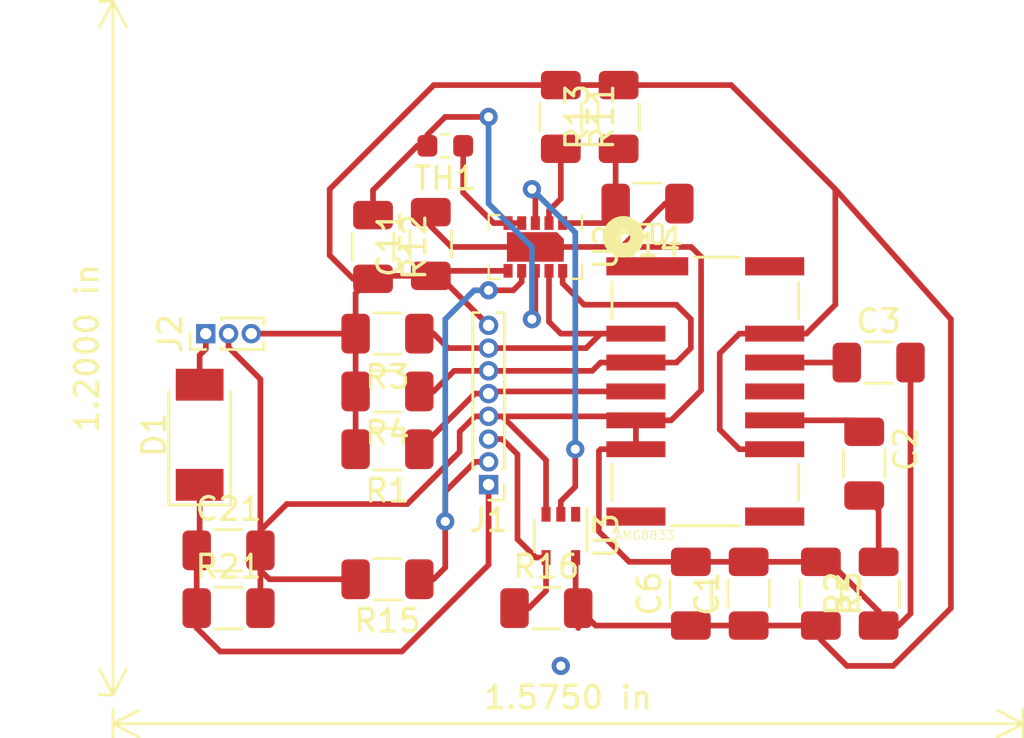
<source format=kicad_pcb>
(kicad_pcb (version 20171130) (host pcbnew "(5.1.5)-3")

  (general
    (thickness 1.6)
    (drawings 2)
    (tracks 203)
    (zones 0)
    (modules 25)
    (nets 20)
  )

  (page A4)
  (layers
    (0 F.Cu signal)
    (31 B.Cu signal)
    (32 B.Adhes user hide)
    (33 F.Adhes user hide)
    (34 B.Paste user hide)
    (35 F.Paste user hide)
    (36 B.SilkS user hide)
    (37 F.SilkS user)
    (38 B.Mask user hide)
    (39 F.Mask user hide)
    (40 Dwgs.User user hide)
    (41 Cmts.User user hide)
    (42 Eco1.User user hide)
    (43 Eco2.User user hide)
    (44 Edge.Cuts user hide)
    (45 Margin user hide)
    (46 B.CrtYd user hide)
    (47 F.CrtYd user hide)
    (48 B.Fab user hide)
    (49 F.Fab user hide)
  )

  (setup
    (last_trace_width 0.25)
    (trace_clearance 0.2)
    (zone_clearance 0.508)
    (zone_45_only no)
    (trace_min 0.2)
    (via_size 0.8)
    (via_drill 0.4)
    (via_min_size 0.4)
    (via_min_drill 0.3)
    (uvia_size 0.3)
    (uvia_drill 0.1)
    (uvias_allowed no)
    (uvia_min_size 0.2)
    (uvia_min_drill 0.1)
    (edge_width 0.05)
    (segment_width 0.2)
    (pcb_text_width 0.3)
    (pcb_text_size 1.5 1.5)
    (mod_edge_width 0.12)
    (mod_text_size 1 1)
    (mod_text_width 0.15)
    (pad_size 1.524 1.524)
    (pad_drill 0.762)
    (pad_to_mask_clearance 0.051)
    (solder_mask_min_width 0.25)
    (aux_axis_origin 0 0)
    (grid_origin 87.63 -306.705)
    (visible_elements 7FFFFFFF)
    (pcbplotparams
      (layerselection 0x010fc_ffffffff)
      (usegerberextensions false)
      (usegerberattributes false)
      (usegerberadvancedattributes false)
      (creategerberjobfile false)
      (excludeedgelayer true)
      (linewidth 0.100000)
      (plotframeref false)
      (viasonmask false)
      (mode 1)
      (useauxorigin false)
      (hpglpennumber 1)
      (hpglpenspeed 20)
      (hpglpendiameter 15.000000)
      (psnegative false)
      (psa4output false)
      (plotreference true)
      (plotvalue true)
      (plotinvisibletext false)
      (padsonsilk false)
      (subtractmaskfromsilk false)
      (outputformat 1)
      (mirror false)
      (drillshape 1)
      (scaleselection 1)
      (outputdirectory ""))
  )

  (net 0 "")
  (net 1 GND)
  (net 2 3.3V)
  (net 3 "Net-(C2-Pad2)")
  (net 4 "Net-(C2-Pad1)")
  (net 5 "Net-(C3-Pad1)")
  (net 6 /SCL)
  (net 7 /SDA)
  (net 8 /AUDIO_OUT)
  (net 9 /nWAKE)
  (net 10 /nINT_CCS811)
  (net 11 /INT_AMG8833)
  (net 12 "Net-(R11-Pad2)")
  (net 13 "Net-(R13-Pad1)")
  (net 14 "Net-(TH1-Pad1)")
  (net 15 /nINT)
  (net 16 "Net-(U3-Pad1)")
  (net 17 /DETECTOR_OUT)
  (net 18 "Net-(R12-Pad1)")
  (net 19 "Net-(U1-Pad11)")

  (net_class Default "This is the default net class."
    (clearance 0.2)
    (trace_width 0.25)
    (via_dia 0.8)
    (via_drill 0.4)
    (uvia_dia 0.3)
    (uvia_drill 0.1)
    (add_net /AUDIO_OUT)
    (add_net /DETECTOR_OUT)
    (add_net /INT_AMG8833)
    (add_net /SCL)
    (add_net /SDA)
    (add_net /nINT)
    (add_net /nINT_CCS811)
    (add_net /nWAKE)
    (add_net 3.3V)
    (add_net GND)
    (add_net "Net-(C2-Pad1)")
    (add_net "Net-(C2-Pad2)")
    (add_net "Net-(C3-Pad1)")
    (add_net "Net-(R11-Pad2)")
    (add_net "Net-(R12-Pad1)")
    (add_net "Net-(R13-Pad1)")
    (add_net "Net-(TH1-Pad1)")
    (add_net "Net-(U1-Pad11)")
    (add_net "Net-(U3-Pad1)")
  )

  (module Capacitor_SMD:C_1206_3216Metric (layer F.Cu) (tedit 5B301BBE) (tstamp 5E58938F)
    (at 86.995 -307.975 270)
    (descr "Capacitor SMD 1206 (3216 Metric), square (rectangular) end terminal, IPC_7351 nominal, (Body size source: http://www.tortai-tech.com/upload/download/2011102023233369053.pdf), generated with kicad-footprint-generator")
    (tags capacitor)
    (path /AC671DB5)
    (attr smd)
    (fp_text reference C2 (at -0.635 -1.82 90) (layer F.SilkS)
      (effects (font (size 1 1) (thickness 0.15)))
    )
    (fp_text value 1uF (at 0 1.82 90) (layer F.Fab)
      (effects (font (size 1 1) (thickness 0.15)))
    )
    (fp_text user %R (at 0 0 90) (layer F.Fab)
      (effects (font (size 0.8 0.8) (thickness 0.12)))
    )
    (fp_line (start 2.28 1.12) (end -2.28 1.12) (layer F.CrtYd) (width 0.05))
    (fp_line (start 2.28 -1.12) (end 2.28 1.12) (layer F.CrtYd) (width 0.05))
    (fp_line (start -2.28 -1.12) (end 2.28 -1.12) (layer F.CrtYd) (width 0.05))
    (fp_line (start -2.28 1.12) (end -2.28 -1.12) (layer F.CrtYd) (width 0.05))
    (fp_line (start -0.602064 0.91) (end 0.602064 0.91) (layer F.SilkS) (width 0.12))
    (fp_line (start -0.602064 -0.91) (end 0.602064 -0.91) (layer F.SilkS) (width 0.12))
    (fp_line (start 1.6 0.8) (end -1.6 0.8) (layer F.Fab) (width 0.1))
    (fp_line (start 1.6 -0.8) (end 1.6 0.8) (layer F.Fab) (width 0.1))
    (fp_line (start -1.6 -0.8) (end 1.6 -0.8) (layer F.Fab) (width 0.1))
    (fp_line (start -1.6 0.8) (end -1.6 -0.8) (layer F.Fab) (width 0.1))
    (pad 2 smd roundrect (at 1.4 0 270) (size 1.25 1.75) (layers F.Cu F.Paste F.Mask) (roundrect_rratio 0.2)
      (net 3 "Net-(C2-Pad2)"))
    (pad 1 smd roundrect (at -1.4 0 270) (size 1.25 1.75) (layers F.Cu F.Paste F.Mask) (roundrect_rratio 0.2)
      (net 4 "Net-(C2-Pad1)"))
    (model ${KISYS3DMOD}/Capacitor_SMD.3dshapes/C_1206_3216Metric.wrl
      (at (xyz 0 0 0))
      (scale (xyz 1 1 1))
      (rotate (xyz 0 0 0))
    )
  )

  (module Resistor_SMD:R_1206_3216Metric (layer F.Cu) (tedit 5B301BBD) (tstamp 5E589504)
    (at 66.04 -302.895 180)
    (descr "Resistor SMD 1206 (3216 Metric), square (rectangular) end terminal, IPC_7351 nominal, (Body size source: http://www.tortai-tech.com/upload/download/2011102023233369053.pdf), generated with kicad-footprint-generator")
    (tags resistor)
    (path /5E581DA6)
    (attr smd)
    (fp_text reference R15 (at 0 -1.82) (layer F.SilkS)
      (effects (font (size 1 1) (thickness 0.15)))
    )
    (fp_text value 10k (at 0 1.82) (layer F.Fab)
      (effects (font (size 1 1) (thickness 0.15)))
    )
    (fp_text user %R (at 0 0) (layer F.Fab)
      (effects (font (size 0.8 0.8) (thickness 0.12)))
    )
    (fp_line (start 2.28 1.12) (end -2.28 1.12) (layer F.CrtYd) (width 0.05))
    (fp_line (start 2.28 -1.12) (end 2.28 1.12) (layer F.CrtYd) (width 0.05))
    (fp_line (start -2.28 -1.12) (end 2.28 -1.12) (layer F.CrtYd) (width 0.05))
    (fp_line (start -2.28 1.12) (end -2.28 -1.12) (layer F.CrtYd) (width 0.05))
    (fp_line (start -0.602064 0.91) (end 0.602064 0.91) (layer F.SilkS) (width 0.12))
    (fp_line (start -0.602064 -0.91) (end 0.602064 -0.91) (layer F.SilkS) (width 0.12))
    (fp_line (start 1.6 0.8) (end -1.6 0.8) (layer F.Fab) (width 0.1))
    (fp_line (start 1.6 -0.8) (end 1.6 0.8) (layer F.Fab) (width 0.1))
    (fp_line (start -1.6 -0.8) (end 1.6 -0.8) (layer F.Fab) (width 0.1))
    (fp_line (start -1.6 0.8) (end -1.6 -0.8) (layer F.Fab) (width 0.1))
    (pad 2 smd roundrect (at 1.4 0 180) (size 1.25 1.75) (layers F.Cu F.Paste F.Mask) (roundrect_rratio 0.2)
      (net 1 GND))
    (pad 1 smd roundrect (at -1.4 0 180) (size 1.25 1.75) (layers F.Cu F.Paste F.Mask) (roundrect_rratio 0.2)
      (net 9 /nWAKE))
    (model ${KISYS3DMOD}/Resistor_SMD.3dshapes/R_1206_3216Metric.wrl
      (at (xyz 0 0 0))
      (scale (xyz 1 1 1))
      (rotate (xyz 0 0 0))
    )
  )

  (module Resistor_SMD:R_1206_3216Metric (layer F.Cu) (tedit 5B301BBD) (tstamp 5E58949E)
    (at 87.63 -302.26 90)
    (descr "Resistor SMD 1206 (3216 Metric), square (rectangular) end terminal, IPC_7351 nominal, (Body size source: http://www.tortai-tech.com/upload/download/2011102023233369053.pdf), generated with kicad-footprint-generator")
    (tags resistor)
    (path /5A764C0D)
    (attr smd)
    (fp_text reference R2 (at 0 -1.82 90) (layer F.SilkS)
      (effects (font (size 1 1) (thickness 0.15)))
    )
    (fp_text value 22 (at 0 1.82 90) (layer F.Fab)
      (effects (font (size 1 1) (thickness 0.15)))
    )
    (fp_text user %R (at 0 0 90) (layer F.Fab)
      (effects (font (size 0.8 0.8) (thickness 0.12)))
    )
    (fp_line (start 2.28 1.12) (end -2.28 1.12) (layer F.CrtYd) (width 0.05))
    (fp_line (start 2.28 -1.12) (end 2.28 1.12) (layer F.CrtYd) (width 0.05))
    (fp_line (start -2.28 -1.12) (end 2.28 -1.12) (layer F.CrtYd) (width 0.05))
    (fp_line (start -2.28 1.12) (end -2.28 -1.12) (layer F.CrtYd) (width 0.05))
    (fp_line (start -0.602064 0.91) (end 0.602064 0.91) (layer F.SilkS) (width 0.12))
    (fp_line (start -0.602064 -0.91) (end 0.602064 -0.91) (layer F.SilkS) (width 0.12))
    (fp_line (start 1.6 0.8) (end -1.6 0.8) (layer F.Fab) (width 0.1))
    (fp_line (start 1.6 -0.8) (end 1.6 0.8) (layer F.Fab) (width 0.1))
    (fp_line (start -1.6 -0.8) (end 1.6 -0.8) (layer F.Fab) (width 0.1))
    (fp_line (start -1.6 0.8) (end -1.6 -0.8) (layer F.Fab) (width 0.1))
    (pad 2 smd roundrect (at 1.4 0 90) (size 1.25 1.75) (layers F.Cu F.Paste F.Mask) (roundrect_rratio 0.2)
      (net 3 "Net-(C2-Pad2)"))
    (pad 1 smd roundrect (at -1.4 0 90) (size 1.25 1.75) (layers F.Cu F.Paste F.Mask) (roundrect_rratio 0.2)
      (net 1 GND))
    (model ${KISYS3DMOD}/Resistor_SMD.3dshapes/R_1206_3216Metric.wrl
      (at (xyz 0 0 0))
      (scale (xyz 1 1 1))
      (rotate (xyz 0 0 0))
    )
  )

  (module Capacitor_SMD:C_1206_3216Metric (layer F.Cu) (tedit 5B301BBE) (tstamp 5E5893B1)
    (at 79.375 -302.26 90)
    (descr "Capacitor SMD 1206 (3216 Metric), square (rectangular) end terminal, IPC_7351 nominal, (Body size source: http://www.tortai-tech.com/upload/download/2011102023233369053.pdf), generated with kicad-footprint-generator")
    (tags capacitor)
    (path /8451312A)
    (attr smd)
    (fp_text reference C6 (at 0 -1.82 90) (layer F.SilkS)
      (effects (font (size 1 1) (thickness 0.15)))
    )
    (fp_text value 0.1uF (at 0 1.82 90) (layer F.Fab)
      (effects (font (size 1 1) (thickness 0.15)))
    )
    (fp_text user %R (at 0 0 90) (layer F.Fab)
      (effects (font (size 0.8 0.8) (thickness 0.12)))
    )
    (fp_line (start 2.28 1.12) (end -2.28 1.12) (layer F.CrtYd) (width 0.05))
    (fp_line (start 2.28 -1.12) (end 2.28 1.12) (layer F.CrtYd) (width 0.05))
    (fp_line (start -2.28 -1.12) (end 2.28 -1.12) (layer F.CrtYd) (width 0.05))
    (fp_line (start -2.28 1.12) (end -2.28 -1.12) (layer F.CrtYd) (width 0.05))
    (fp_line (start -0.602064 0.91) (end 0.602064 0.91) (layer F.SilkS) (width 0.12))
    (fp_line (start -0.602064 -0.91) (end 0.602064 -0.91) (layer F.SilkS) (width 0.12))
    (fp_line (start 1.6 0.8) (end -1.6 0.8) (layer F.Fab) (width 0.1))
    (fp_line (start 1.6 -0.8) (end 1.6 0.8) (layer F.Fab) (width 0.1))
    (fp_line (start -1.6 -0.8) (end 1.6 -0.8) (layer F.Fab) (width 0.1))
    (fp_line (start -1.6 0.8) (end -1.6 -0.8) (layer F.Fab) (width 0.1))
    (pad 2 smd roundrect (at 1.4 0 90) (size 1.25 1.75) (layers F.Cu F.Paste F.Mask) (roundrect_rratio 0.2)
      (net 1 GND))
    (pad 1 smd roundrect (at -1.4 0 90) (size 1.25 1.75) (layers F.Cu F.Paste F.Mask) (roundrect_rratio 0.2)
      (net 2 3.3V))
    (model ${KISYS3DMOD}/Capacitor_SMD.3dshapes/C_1206_3216Metric.wrl
      (at (xyz 0 0 0))
      (scale (xyz 1 1 1))
      (rotate (xyz 0 0 0))
    )
  )

  (module AMG8833_REV-B:AMG8833 (layer F.Cu) (tedit 0) (tstamp 5E648CF6)
    (at 80.01 -311.15 270)
    (path /6A1E14AE)
    (fp_text reference U1 (at -6.4 2.6) (layer F.SilkS)
      (effects (font (size 0.77216 0.77216) (thickness 0.138988)) (justify left bottom))
    )
    (fp_text value AMG8833 (at 6.554 4.013) (layer F.SilkS)
      (effects (font (size 0.38608 0.38608) (thickness 0.038608)) (justify left bottom))
    )
    (fp_line (start -5.8 -4) (end 5.8 -4) (layer F.Fab) (width 0.127))
    (fp_line (start 5.8 -4) (end 5.8 4) (layer F.Fab) (width 0.127))
    (fp_line (start 5.8 4) (end -5.8 4) (layer F.Fab) (width 0.127))
    (fp_line (start -5.8 4) (end -5.8 -4) (layer F.Fab) (width 0.127))
    (fp_line (start 0.7 -1.3) (end 3.3 -1.3) (layer F.Fab) (width 0.127))
    (fp_line (start 3.3 -1.3) (end 3.3 1.3) (layer F.Fab) (width 0.127))
    (fp_line (start 3.3 1.3) (end 0.7 1.3) (layer F.Fab) (width 0.127))
    (fp_line (start 0.7 1.3) (end 0.7 -1.3) (layer F.Fab) (width 0.127))
    (fp_line (start -4.8 4.1) (end -3.2 4.1) (layer F.SilkS) (width 0.127))
    (fp_line (start -4.8 -4.1) (end -3.2 -4.1) (layer F.SilkS) (width 0.127))
    (fp_line (start -5.9 0.5) (end -5.9 -1.5) (layer F.SilkS) (width 0.127))
    (fp_line (start 5.9 -1.5) (end 5.9 1.5) (layer F.SilkS) (width 0.127))
    (fp_line (start 3.2 -4.1) (end 4.8 -4.1) (layer F.SilkS) (width 0.127))
    (fp_line (start 3.2 4.1) (end 4.8 4.1) (layer F.SilkS) (width 0.127))
    (fp_circle (center -6.8 3.6) (end -6.5 3.6) (layer F.SilkS) (width 0.6096))
    (pad 8 smd rect (at 5.5 -3.05) (size 2.6 0.8) (layers F.Cu F.Paste F.Mask)
      (solder_mask_margin 0.0508))
    (pad 14 smd rect (at -5.5 -3.05) (size 2.6 0.8) (layers F.Cu F.Paste F.Mask)
      (solder_mask_margin 0.0508))
    (pad 7 smd rect (at 5.5 3.05) (size 2.6 0.8) (layers F.Cu F.Paste F.Mask)
      (solder_mask_margin 0.0508))
    (pad 1 smd rect (at -5.5 2.55) (size 3.6 0.8) (layers F.Cu F.Paste F.Mask)
      (solder_mask_margin 0.0508))
    (pad 2 smd rect (at -2.54 3.05) (size 2.6 0.7) (layers F.Cu F.Paste F.Mask)
      (net 7 /SDA) (solder_mask_margin 0.0508))
    (pad 3 smd rect (at -1.27 3.05) (size 2.6 0.7) (layers F.Cu F.Paste F.Mask)
      (net 6 /SCL) (solder_mask_margin 0.0508))
    (pad 4 smd rect (at 0 3.05) (size 2.6 0.7) (layers F.Cu F.Paste F.Mask)
      (net 11 /INT_AMG8833) (solder_mask_margin 0.0508))
    (pad 5 smd rect (at 1.27 3.05) (size 2.6 0.7) (layers F.Cu F.Paste F.Mask)
      (net 1 GND) (solder_mask_margin 0.0508))
    (pad 6 smd rect (at 2.54 3.05) (size 2.6 0.7) (layers F.Cu F.Paste F.Mask)
      (net 1 GND) (solder_mask_margin 0.0508))
    (pad 9 smd rect (at 2.54 -3.05) (size 2.6 0.7) (layers F.Cu F.Paste F.Mask)
      (net 2 3.3V) (solder_mask_margin 0.0508))
    (pad 10 smd rect (at 1.27 -3.05) (size 2.6 0.7) (layers F.Cu F.Paste F.Mask)
      (net 4 "Net-(C2-Pad1)") (solder_mask_margin 0.0508))
    (pad 11 smd rect (at 0 -3.05) (size 2.6 0.7) (layers F.Cu F.Paste F.Mask)
      (net 19 "Net-(U1-Pad11)") (solder_mask_margin 0.0508))
    (pad 12 smd rect (at -1.27 -3.05) (size 2.6 0.7) (layers F.Cu F.Paste F.Mask)
      (net 5 "Net-(C3-Pad1)") (solder_mask_margin 0.0508))
    (pad 13 smd rect (at -2.54 -3.05) (size 2.6 0.7) (layers F.Cu F.Paste F.Mask)
      (net 2 3.3V) (solder_mask_margin 0.0508))
  )

  (module Package_LGA:AMS_LGA-10-1EP_2.7x4mm_P0.6mm (layer F.Cu) (tedit 5A02F217) (tstamp 5E64C841)
    (at 72.54 -317.5 270)
    (descr "LGA-10, http://ams.com/eng/content/download/951091/2269479/471718")
    (tags "lga land grid array")
    (path /5E59C18B)
    (attr smd)
    (fp_text reference U2 (at 0 -3.1 90) (layer F.SilkS)
      (effects (font (size 1 1) (thickness 0.15)))
    )
    (fp_text value CCS811 (at 0 3.1 90) (layer F.Fab)
      (effects (font (size 1 1) (thickness 0.15)))
    )
    (fp_line (start 1.4 -2.05) (end 1.4 -1.57) (layer F.SilkS) (width 0.1))
    (fp_line (start 0.76 -2.05) (end 1.4 -2.05) (layer F.SilkS) (width 0.1))
    (fp_line (start 1.4 1.57) (end 1.4 2.05) (layer F.SilkS) (width 0.1))
    (fp_line (start 0.76 2.05) (end 1.4 2.05) (layer F.SilkS) (width 0.1))
    (fp_line (start -1.4 -2.05) (end -0.76 -2.05) (layer F.SilkS) (width 0.1))
    (fp_line (start -1.4 2.05) (end -0.76 2.05) (layer F.SilkS) (width 0.1))
    (fp_line (start -1.4 1.57) (end -1.4 2.05) (layer F.SilkS) (width 0.1))
    (fp_line (start -1 -1.95) (end 1.3 -1.95) (layer F.Fab) (width 0.1))
    (fp_line (start -1.3 -1.65) (end -1 -1.95) (layer F.Fab) (width 0.1))
    (fp_line (start -1.3 1.95) (end -1.3 -1.65) (layer F.Fab) (width 0.1))
    (fp_line (start 1.3 1.95) (end -1.3 1.95) (layer F.Fab) (width 0.1))
    (fp_line (start 1.3 -1.95) (end 1.3 1.95) (layer F.Fab) (width 0.1))
    (fp_line (start -1.5 -2.15) (end 1.5 -2.15) (layer F.CrtYd) (width 0.05))
    (fp_line (start -1.5 2.15) (end -1.5 -2.15) (layer F.CrtYd) (width 0.05))
    (fp_line (start 1.5 2.15) (end -1.5 2.15) (layer F.CrtYd) (width 0.05))
    (fp_line (start 1.5 -2.15) (end 1.5 2.15) (layer F.CrtYd) (width 0.05))
    (fp_text user %R (at 0 0 90) (layer F.Fab)
      (effects (font (size 0.5 0.5) (thickness 0.05)))
    )
    (pad 8 smd rect (at 1.05 0 270) (size 0.6 0.4) (layers F.Cu F.Paste F.Mask)
      (net 18 "Net-(R12-Pad1)"))
    (pad 4 smd rect (at -1.05 0.6 270) (size 0.6 0.4) (layers F.Cu F.Paste F.Mask)
      (net 14 "Net-(TH1-Pad1)"))
    (pad 3 smd rect (at -1.05 0 270) (size 0.6 0.4) (layers F.Cu F.Paste F.Mask)
      (net 15 /nINT))
    (pad 2 smd rect (at -1.05 -0.6 270) (size 0.6 0.4) (layers F.Cu F.Paste F.Mask)
      (net 12 "Net-(R11-Pad2)"))
    (pad 1 smd rect (at -1.05 -1.2 270) (size 0.6 0.4) (layers F.Cu F.Paste F.Mask)
      (net 13 "Net-(R13-Pad1)"))
    (pad 5 smd rect (at -1.05 1.2 270) (size 0.6 0.4) (layers F.Cu F.Paste F.Mask)
      (net 14 "Net-(TH1-Pad1)"))
    (pad 9 smd rect (at 1.05 -0.6 270) (size 0.6 0.4) (layers F.Cu F.Paste F.Mask)
      (net 7 /SDA))
    (pad 10 smd rect (at 1.05 -1.2 270) (size 0.6 0.4) (layers F.Cu F.Paste F.Mask)
      (net 6 /SCL))
    (pad 7 smd rect (at 1.05 0.6 270) (size 0.6 0.4) (layers F.Cu F.Paste F.Mask)
      (net 9 /nWAKE))
    (pad 6 smd rect (at 1.05 1.2 270) (size 0.6 0.4) (layers F.Cu F.Paste F.Mask)
      (net 2 3.3V))
    (pad 11 smd rect (at 0 0.15 270) (size 1.3 2.2) (layers F.Cu F.Paste F.Mask)
      (net 1 GND))
    (pad 11 smd rect (at 0.15 -1.1 270) (size 1 0.3) (layers F.Cu F.Paste F.Mask)
      (net 1 GND))
    (pad 11 smd trapezoid (at 0 -1.1 270) (size 1 0.3) (rect_delta 0 0.3 ) (layers F.Cu F.Paste F.Mask)
      (net 1 GND))
    (model ${KISYS3DMOD}/Package_LGA.3dshapes/AMS_LGA-10-1EP_2.7x4mm_P0.6mm.wrl
      (at (xyz 0 0 0))
      (scale (xyz 1 1 1))
      (rotate (xyz 0 0 0))
    )
  )

  (module Resistor_SMD:R_1206_3216Metric (layer F.Cu) (tedit 5B301BBD) (tstamp 5E589515)
    (at 59.055 -301.625)
    (descr "Resistor SMD 1206 (3216 Metric), square (rectangular) end terminal, IPC_7351 nominal, (Body size source: http://www.tortai-tech.com/upload/download/2011102023233369053.pdf), generated with kicad-footprint-generator")
    (tags resistor)
    (path /5E6052B8)
    (attr smd)
    (fp_text reference R21 (at 0 -1.82) (layer F.SilkS)
      (effects (font (size 1 1) (thickness 0.15)))
    )
    (fp_text value 100k (at 0 1.82) (layer F.Fab)
      (effects (font (size 1 1) (thickness 0.15)))
    )
    (fp_text user %R (at 0 0) (layer F.Fab)
      (effects (font (size 0.8 0.8) (thickness 0.12)))
    )
    (fp_line (start 2.28 1.12) (end -2.28 1.12) (layer F.CrtYd) (width 0.05))
    (fp_line (start 2.28 -1.12) (end 2.28 1.12) (layer F.CrtYd) (width 0.05))
    (fp_line (start -2.28 -1.12) (end 2.28 -1.12) (layer F.CrtYd) (width 0.05))
    (fp_line (start -2.28 1.12) (end -2.28 -1.12) (layer F.CrtYd) (width 0.05))
    (fp_line (start -0.602064 0.91) (end 0.602064 0.91) (layer F.SilkS) (width 0.12))
    (fp_line (start -0.602064 -0.91) (end 0.602064 -0.91) (layer F.SilkS) (width 0.12))
    (fp_line (start 1.6 0.8) (end -1.6 0.8) (layer F.Fab) (width 0.1))
    (fp_line (start 1.6 -0.8) (end 1.6 0.8) (layer F.Fab) (width 0.1))
    (fp_line (start -1.6 -0.8) (end 1.6 -0.8) (layer F.Fab) (width 0.1))
    (fp_line (start -1.6 0.8) (end -1.6 -0.8) (layer F.Fab) (width 0.1))
    (pad 2 smd roundrect (at 1.4 0) (size 1.25 1.75) (layers F.Cu F.Paste F.Mask) (roundrect_rratio 0.2)
      (net 1 GND))
    (pad 1 smd roundrect (at -1.4 0) (size 1.25 1.75) (layers F.Cu F.Paste F.Mask) (roundrect_rratio 0.2)
      (net 17 /DETECTOR_OUT))
    (model ${KISYS3DMOD}/Resistor_SMD.3dshapes/R_1206_3216Metric.wrl
      (at (xyz 0 0 0))
      (scale (xyz 1 1 1))
      (rotate (xyz 0 0 0))
    )
  )

  (module Resistor_SMD:R_1206_3216Metric (layer F.Cu) (tedit 5B301BBD) (tstamp 5E63AF9D)
    (at 73.025 -301.625)
    (descr "Resistor SMD 1206 (3216 Metric), square (rectangular) end terminal, IPC_7351 nominal, (Body size source: http://www.tortai-tech.com/upload/download/2011102023233369053.pdf), generated with kicad-footprint-generator")
    (tags resistor)
    (path /5E628D64)
    (attr smd)
    (fp_text reference R16 (at 0 -1.82) (layer F.SilkS)
      (effects (font (size 1 1) (thickness 0.15)))
    )
    (fp_text value 10K (at 0 1.82) (layer F.Fab)
      (effects (font (size 1 1) (thickness 0.15)))
    )
    (fp_text user %R (at 0 0) (layer F.Fab)
      (effects (font (size 0.8 0.8) (thickness 0.12)))
    )
    (fp_line (start 2.28 1.12) (end -2.28 1.12) (layer F.CrtYd) (width 0.05))
    (fp_line (start 2.28 -1.12) (end 2.28 1.12) (layer F.CrtYd) (width 0.05))
    (fp_line (start -2.28 -1.12) (end 2.28 -1.12) (layer F.CrtYd) (width 0.05))
    (fp_line (start -2.28 1.12) (end -2.28 -1.12) (layer F.CrtYd) (width 0.05))
    (fp_line (start -0.602064 0.91) (end 0.602064 0.91) (layer F.SilkS) (width 0.12))
    (fp_line (start -0.602064 -0.91) (end 0.602064 -0.91) (layer F.SilkS) (width 0.12))
    (fp_line (start 1.6 0.8) (end -1.6 0.8) (layer F.Fab) (width 0.1))
    (fp_line (start 1.6 -0.8) (end 1.6 0.8) (layer F.Fab) (width 0.1))
    (fp_line (start -1.6 -0.8) (end 1.6 -0.8) (layer F.Fab) (width 0.1))
    (fp_line (start -1.6 0.8) (end -1.6 -0.8) (layer F.Fab) (width 0.1))
    (pad 2 smd roundrect (at 1.4 0) (size 1.25 1.75) (layers F.Cu F.Paste F.Mask) (roundrect_rratio 0.2)
      (net 2 3.3V))
    (pad 1 smd roundrect (at -1.4 0) (size 1.25 1.75) (layers F.Cu F.Paste F.Mask) (roundrect_rratio 0.2)
      (net 10 /nINT_CCS811))
    (model ${KISYS3DMOD}/Resistor_SMD.3dshapes/R_1206_3216Metric.wrl
      (at (xyz 0 0 0))
      (scale (xyz 1 1 1))
      (rotate (xyz 0 0 0))
    )
  )

  (module Resistor_SMD:R_1206_3216Metric (layer F.Cu) (tedit 5B301BBD) (tstamp 5E5894F3)
    (at 77.47 -319.405 180)
    (descr "Resistor SMD 1206 (3216 Metric), square (rectangular) end terminal, IPC_7351 nominal, (Body size source: http://www.tortai-tech.com/upload/download/2011102023233369053.pdf), generated with kicad-footprint-generator")
    (tags resistor)
    (path /5E6606AE)
    (attr smd)
    (fp_text reference R14 (at 0 -1.82) (layer F.SilkS)
      (effects (font (size 1 1) (thickness 0.15)))
    )
    (fp_text value 100k (at 0 1.82) (layer F.Fab)
      (effects (font (size 1 1) (thickness 0.15)))
    )
    (fp_text user %R (at 0 0) (layer F.Fab)
      (effects (font (size 0.8 0.8) (thickness 0.12)))
    )
    (fp_line (start 2.28 1.12) (end -2.28 1.12) (layer F.CrtYd) (width 0.05))
    (fp_line (start 2.28 -1.12) (end 2.28 1.12) (layer F.CrtYd) (width 0.05))
    (fp_line (start -2.28 -1.12) (end 2.28 -1.12) (layer F.CrtYd) (width 0.05))
    (fp_line (start -2.28 1.12) (end -2.28 -1.12) (layer F.CrtYd) (width 0.05))
    (fp_line (start -0.602064 0.91) (end 0.602064 0.91) (layer F.SilkS) (width 0.12))
    (fp_line (start -0.602064 -0.91) (end 0.602064 -0.91) (layer F.SilkS) (width 0.12))
    (fp_line (start 1.6 0.8) (end -1.6 0.8) (layer F.Fab) (width 0.1))
    (fp_line (start 1.6 -0.8) (end 1.6 0.8) (layer F.Fab) (width 0.1))
    (fp_line (start -1.6 -0.8) (end 1.6 -0.8) (layer F.Fab) (width 0.1))
    (fp_line (start -1.6 0.8) (end -1.6 -0.8) (layer F.Fab) (width 0.1))
    (pad 2 smd roundrect (at 1.4 0 180) (size 1.25 1.75) (layers F.Cu F.Paste F.Mask) (roundrect_rratio 0.2)
      (net 13 "Net-(R13-Pad1)"))
    (pad 1 smd roundrect (at -1.4 0 180) (size 1.25 1.75) (layers F.Cu F.Paste F.Mask) (roundrect_rratio 0.2)
      (net 1 GND))
    (model ${KISYS3DMOD}/Resistor_SMD.3dshapes/R_1206_3216Metric.wrl
      (at (xyz 0 0 0))
      (scale (xyz 1 1 1))
      (rotate (xyz 0 0 0))
    )
  )

  (module Resistor_SMD:R_1206_3216Metric (layer F.Cu) (tedit 5B301BBD) (tstamp 5E5894E2)
    (at 76.2 -323.215 90)
    (descr "Resistor SMD 1206 (3216 Metric), square (rectangular) end terminal, IPC_7351 nominal, (Body size source: http://www.tortai-tech.com/upload/download/2011102023233369053.pdf), generated with kicad-footprint-generator")
    (tags resistor)
    (path /5E65E6DF)
    (attr smd)
    (fp_text reference R13 (at 0 -1.82 270) (layer F.SilkS)
      (effects (font (size 1 1) (thickness 0.15)))
    )
    (fp_text value 100K (at 0 1.82 90) (layer F.Fab)
      (effects (font (size 1 1) (thickness 0.15)))
    )
    (fp_text user %R (at 0 0 90) (layer F.Fab)
      (effects (font (size 0.8 0.8) (thickness 0.12)))
    )
    (fp_line (start 2.28 1.12) (end -2.28 1.12) (layer F.CrtYd) (width 0.05))
    (fp_line (start 2.28 -1.12) (end 2.28 1.12) (layer F.CrtYd) (width 0.05))
    (fp_line (start -2.28 -1.12) (end 2.28 -1.12) (layer F.CrtYd) (width 0.05))
    (fp_line (start -2.28 1.12) (end -2.28 -1.12) (layer F.CrtYd) (width 0.05))
    (fp_line (start -0.602064 0.91) (end 0.602064 0.91) (layer F.SilkS) (width 0.12))
    (fp_line (start -0.602064 -0.91) (end 0.602064 -0.91) (layer F.SilkS) (width 0.12))
    (fp_line (start 1.6 0.8) (end -1.6 0.8) (layer F.Fab) (width 0.1))
    (fp_line (start 1.6 -0.8) (end 1.6 0.8) (layer F.Fab) (width 0.1))
    (fp_line (start -1.6 -0.8) (end 1.6 -0.8) (layer F.Fab) (width 0.1))
    (fp_line (start -1.6 0.8) (end -1.6 -0.8) (layer F.Fab) (width 0.1))
    (pad 2 smd roundrect (at 1.4 0 90) (size 1.25 1.75) (layers F.Cu F.Paste F.Mask) (roundrect_rratio 0.2)
      (net 2 3.3V))
    (pad 1 smd roundrect (at -1.4 0 90) (size 1.25 1.75) (layers F.Cu F.Paste F.Mask) (roundrect_rratio 0.2)
      (net 13 "Net-(R13-Pad1)"))
    (model ${KISYS3DMOD}/Resistor_SMD.3dshapes/R_1206_3216Metric.wrl
      (at (xyz 0 0 0))
      (scale (xyz 1 1 1))
      (rotate (xyz 0 0 0))
    )
  )

  (module Resistor_SMD:R_1206_3216Metric (layer F.Cu) (tedit 5B301BBD) (tstamp 5E5894D1)
    (at 65.405 -317.5 270)
    (descr "Resistor SMD 1206 (3216 Metric), square (rectangular) end terminal, IPC_7351 nominal, (Body size source: http://www.tortai-tech.com/upload/download/2011102023233369053.pdf), generated with kicad-footprint-generator")
    (tags resistor)
    (path /5E62DEF9)
    (attr smd)
    (fp_text reference R12 (at 0 -1.82 90) (layer F.SilkS)
      (effects (font (size 1 1) (thickness 0.15)))
    )
    (fp_text value 100k (at 0 1.82 90) (layer F.Fab)
      (effects (font (size 1 1) (thickness 0.15)))
    )
    (fp_text user %R (at 0 0 90) (layer F.Fab)
      (effects (font (size 0.8 0.8) (thickness 0.12)))
    )
    (fp_line (start 2.28 1.12) (end -2.28 1.12) (layer F.CrtYd) (width 0.05))
    (fp_line (start 2.28 -1.12) (end 2.28 1.12) (layer F.CrtYd) (width 0.05))
    (fp_line (start -2.28 -1.12) (end 2.28 -1.12) (layer F.CrtYd) (width 0.05))
    (fp_line (start -2.28 1.12) (end -2.28 -1.12) (layer F.CrtYd) (width 0.05))
    (fp_line (start -0.602064 0.91) (end 0.602064 0.91) (layer F.SilkS) (width 0.12))
    (fp_line (start -0.602064 -0.91) (end 0.602064 -0.91) (layer F.SilkS) (width 0.12))
    (fp_line (start 1.6 0.8) (end -1.6 0.8) (layer F.Fab) (width 0.1))
    (fp_line (start 1.6 -0.8) (end 1.6 0.8) (layer F.Fab) (width 0.1))
    (fp_line (start -1.6 -0.8) (end 1.6 -0.8) (layer F.Fab) (width 0.1))
    (fp_line (start -1.6 0.8) (end -1.6 -0.8) (layer F.Fab) (width 0.1))
    (pad 2 smd roundrect (at 1.4 0 270) (size 1.25 1.75) (layers F.Cu F.Paste F.Mask) (roundrect_rratio 0.2)
      (net 2 3.3V))
    (pad 1 smd roundrect (at -1.4 0 270) (size 1.25 1.75) (layers F.Cu F.Paste F.Mask) (roundrect_rratio 0.2)
      (net 18 "Net-(R12-Pad1)"))
    (model ${KISYS3DMOD}/Resistor_SMD.3dshapes/R_1206_3216Metric.wrl
      (at (xyz 0 0 0))
      (scale (xyz 1 1 1))
      (rotate (xyz 0 0 0))
    )
  )

  (module Resistor_SMD:R_1206_3216Metric (layer F.Cu) (tedit 5B301BBD) (tstamp 5E5894C0)
    (at 73.66 -323.215 270)
    (descr "Resistor SMD 1206 (3216 Metric), square (rectangular) end terminal, IPC_7351 nominal, (Body size source: http://www.tortai-tech.com/upload/download/2011102023233369053.pdf), generated with kicad-footprint-generator")
    (tags resistor)
    (path /5E639501)
    (attr smd)
    (fp_text reference R11 (at 0 -1.82 90) (layer F.SilkS)
      (effects (font (size 1 1) (thickness 0.15)))
    )
    (fp_text value 4k7 (at 0 1.82 90) (layer F.Fab)
      (effects (font (size 1 1) (thickness 0.15)))
    )
    (fp_text user %R (at 0 0 90) (layer F.Fab)
      (effects (font (size 0.8 0.8) (thickness 0.12)))
    )
    (fp_line (start 2.28 1.12) (end -2.28 1.12) (layer F.CrtYd) (width 0.05))
    (fp_line (start 2.28 -1.12) (end 2.28 1.12) (layer F.CrtYd) (width 0.05))
    (fp_line (start -2.28 -1.12) (end 2.28 -1.12) (layer F.CrtYd) (width 0.05))
    (fp_line (start -2.28 1.12) (end -2.28 -1.12) (layer F.CrtYd) (width 0.05))
    (fp_line (start -0.602064 0.91) (end 0.602064 0.91) (layer F.SilkS) (width 0.12))
    (fp_line (start -0.602064 -0.91) (end 0.602064 -0.91) (layer F.SilkS) (width 0.12))
    (fp_line (start 1.6 0.8) (end -1.6 0.8) (layer F.Fab) (width 0.1))
    (fp_line (start 1.6 -0.8) (end 1.6 0.8) (layer F.Fab) (width 0.1))
    (fp_line (start -1.6 -0.8) (end 1.6 -0.8) (layer F.Fab) (width 0.1))
    (fp_line (start -1.6 0.8) (end -1.6 -0.8) (layer F.Fab) (width 0.1))
    (pad 2 smd roundrect (at 1.4 0 270) (size 1.25 1.75) (layers F.Cu F.Paste F.Mask) (roundrect_rratio 0.2)
      (net 12 "Net-(R11-Pad2)"))
    (pad 1 smd roundrect (at -1.4 0 270) (size 1.25 1.75) (layers F.Cu F.Paste F.Mask) (roundrect_rratio 0.2)
      (net 2 3.3V))
    (model ${KISYS3DMOD}/Resistor_SMD.3dshapes/R_1206_3216Metric.wrl
      (at (xyz 0 0 0))
      (scale (xyz 1 1 1))
      (rotate (xyz 0 0 0))
    )
  )

  (module Resistor_SMD:R_1206_3216Metric (layer F.Cu) (tedit 5B301BBD) (tstamp 5E5894AF)
    (at 85.09 -302.26 270)
    (descr "Resistor SMD 1206 (3216 Metric), square (rectangular) end terminal, IPC_7351 nominal, (Body size source: http://www.tortai-tech.com/upload/download/2011102023233369053.pdf), generated with kicad-footprint-generator")
    (tags resistor)
    (path /40871C63)
    (attr smd)
    (fp_text reference R5 (at 0 -1.27 270) (layer F.SilkS)
      (effects (font (size 1 1) (thickness 0.15)))
    )
    (fp_text value 10K (at 0 1.82 90) (layer F.Fab)
      (effects (font (size 1 1) (thickness 0.15)))
    )
    (fp_text user %R (at 0 0 90) (layer F.Fab)
      (effects (font (size 0.8 0.8) (thickness 0.12)))
    )
    (fp_line (start 2.28 1.12) (end -2.28 1.12) (layer F.CrtYd) (width 0.05))
    (fp_line (start 2.28 -1.12) (end 2.28 1.12) (layer F.CrtYd) (width 0.05))
    (fp_line (start -2.28 -1.12) (end 2.28 -1.12) (layer F.CrtYd) (width 0.05))
    (fp_line (start -2.28 1.12) (end -2.28 -1.12) (layer F.CrtYd) (width 0.05))
    (fp_line (start -0.602064 0.91) (end 0.602064 0.91) (layer F.SilkS) (width 0.12))
    (fp_line (start -0.602064 -0.91) (end 0.602064 -0.91) (layer F.SilkS) (width 0.12))
    (fp_line (start 1.6 0.8) (end -1.6 0.8) (layer F.Fab) (width 0.1))
    (fp_line (start 1.6 -0.8) (end 1.6 0.8) (layer F.Fab) (width 0.1))
    (fp_line (start -1.6 -0.8) (end 1.6 -0.8) (layer F.Fab) (width 0.1))
    (fp_line (start -1.6 0.8) (end -1.6 -0.8) (layer F.Fab) (width 0.1))
    (pad 2 smd roundrect (at 1.4 0 270) (size 1.25 1.75) (layers F.Cu F.Paste F.Mask) (roundrect_rratio 0.2)
      (net 2 3.3V))
    (pad 1 smd roundrect (at -1.4 0 270) (size 1.25 1.75) (layers F.Cu F.Paste F.Mask) (roundrect_rratio 0.2)
      (net 1 GND))
    (model ${KISYS3DMOD}/Resistor_SMD.3dshapes/R_1206_3216Metric.wrl
      (at (xyz 0 0 0))
      (scale (xyz 1 1 1))
      (rotate (xyz 0 0 0))
    )
  )

  (module Resistor_SMD:R_1206_3216Metric (layer F.Cu) (tedit 5B301BBD) (tstamp 5E58948D)
    (at 66.04 -308.61 180)
    (descr "Resistor SMD 1206 (3216 Metric), square (rectangular) end terminal, IPC_7351 nominal, (Body size source: http://www.tortai-tech.com/upload/download/2011102023233369053.pdf), generated with kicad-footprint-generator")
    (tags resistor)
    (path /DE04AF3C)
    (attr smd)
    (fp_text reference R1 (at 0 -1.82) (layer F.SilkS)
      (effects (font (size 1 1) (thickness 0.15)))
    )
    (fp_text value 10K (at 0 1.82) (layer F.Fab)
      (effects (font (size 1 1) (thickness 0.15)))
    )
    (fp_text user %R (at 0 0) (layer F.Fab)
      (effects (font (size 0.8 0.8) (thickness 0.12)))
    )
    (fp_line (start 2.28 1.12) (end -2.28 1.12) (layer F.CrtYd) (width 0.05))
    (fp_line (start 2.28 -1.12) (end 2.28 1.12) (layer F.CrtYd) (width 0.05))
    (fp_line (start -2.28 -1.12) (end 2.28 -1.12) (layer F.CrtYd) (width 0.05))
    (fp_line (start -2.28 1.12) (end -2.28 -1.12) (layer F.CrtYd) (width 0.05))
    (fp_line (start -0.602064 0.91) (end 0.602064 0.91) (layer F.SilkS) (width 0.12))
    (fp_line (start -0.602064 -0.91) (end 0.602064 -0.91) (layer F.SilkS) (width 0.12))
    (fp_line (start 1.6 0.8) (end -1.6 0.8) (layer F.Fab) (width 0.1))
    (fp_line (start 1.6 -0.8) (end 1.6 0.8) (layer F.Fab) (width 0.1))
    (fp_line (start -1.6 -0.8) (end 1.6 -0.8) (layer F.Fab) (width 0.1))
    (fp_line (start -1.6 0.8) (end -1.6 -0.8) (layer F.Fab) (width 0.1))
    (pad 2 smd roundrect (at 1.4 0 180) (size 1.25 1.75) (layers F.Cu F.Paste F.Mask) (roundrect_rratio 0.2)
      (net 2 3.3V))
    (pad 1 smd roundrect (at -1.4 0 180) (size 1.25 1.75) (layers F.Cu F.Paste F.Mask) (roundrect_rratio 0.2)
      (net 11 /INT_AMG8833))
    (model ${KISYS3DMOD}/Resistor_SMD.3dshapes/R_1206_3216Metric.wrl
      (at (xyz 0 0 0))
      (scale (xyz 1 1 1))
      (rotate (xyz 0 0 0))
    )
  )

  (module Capacitor_SMD:C_1206_3216Metric (layer F.Cu) (tedit 5B301BBE) (tstamp 5E5893C2)
    (at 59.055 -304.165)
    (descr "Capacitor SMD 1206 (3216 Metric), square (rectangular) end terminal, IPC_7351 nominal, (Body size source: http://www.tortai-tech.com/upload/download/2011102023233369053.pdf), generated with kicad-footprint-generator")
    (tags capacitor)
    (path /5E60868F)
    (attr smd)
    (fp_text reference C21 (at 0 -1.82) (layer F.SilkS)
      (effects (font (size 1 1) (thickness 0.15)))
    )
    (fp_text value 0.1uF (at 0 1.82) (layer F.Fab)
      (effects (font (size 1 1) (thickness 0.15)))
    )
    (fp_text user %R (at 0 0) (layer F.Fab)
      (effects (font (size 0.8 0.8) (thickness 0.12)))
    )
    (fp_line (start 2.28 1.12) (end -2.28 1.12) (layer F.CrtYd) (width 0.05))
    (fp_line (start 2.28 -1.12) (end 2.28 1.12) (layer F.CrtYd) (width 0.05))
    (fp_line (start -2.28 -1.12) (end 2.28 -1.12) (layer F.CrtYd) (width 0.05))
    (fp_line (start -2.28 1.12) (end -2.28 -1.12) (layer F.CrtYd) (width 0.05))
    (fp_line (start -0.602064 0.91) (end 0.602064 0.91) (layer F.SilkS) (width 0.12))
    (fp_line (start -0.602064 -0.91) (end 0.602064 -0.91) (layer F.SilkS) (width 0.12))
    (fp_line (start 1.6 0.8) (end -1.6 0.8) (layer F.Fab) (width 0.1))
    (fp_line (start 1.6 -0.8) (end 1.6 0.8) (layer F.Fab) (width 0.1))
    (fp_line (start -1.6 -0.8) (end 1.6 -0.8) (layer F.Fab) (width 0.1))
    (fp_line (start -1.6 0.8) (end -1.6 -0.8) (layer F.Fab) (width 0.1))
    (pad 2 smd roundrect (at 1.4 0) (size 1.25 1.75) (layers F.Cu F.Paste F.Mask) (roundrect_rratio 0.2)
      (net 1 GND))
    (pad 1 smd roundrect (at -1.4 0) (size 1.25 1.75) (layers F.Cu F.Paste F.Mask) (roundrect_rratio 0.2)
      (net 17 /DETECTOR_OUT))
    (model ${KISYS3DMOD}/Capacitor_SMD.3dshapes/C_1206_3216Metric.wrl
      (at (xyz 0 0 0))
      (scale (xyz 1 1 1))
      (rotate (xyz 0 0 0))
    )
  )

  (module Capacitor_SMD:C_1206_3216Metric (layer F.Cu) (tedit 5B301BBE) (tstamp 5E63AE3C)
    (at 67.945 -317.63 90)
    (descr "Capacitor SMD 1206 (3216 Metric), square (rectangular) end terminal, IPC_7351 nominal, (Body size source: http://www.tortai-tech.com/upload/download/2011102023233369053.pdf), generated with kicad-footprint-generator")
    (tags capacitor)
    (path /5E64425F)
    (attr smd)
    (fp_text reference C11 (at 0 -1.82 90) (layer F.SilkS)
      (effects (font (size 1 1) (thickness 0.15)))
    )
    (fp_text value 4.7µF (at 0 1.82 90) (layer F.Fab)
      (effects (font (size 1 1) (thickness 0.15)))
    )
    (fp_text user %R (at 0 0 90) (layer F.Fab)
      (effects (font (size 0.8 0.8) (thickness 0.12)))
    )
    (fp_line (start 2.28 1.12) (end -2.28 1.12) (layer F.CrtYd) (width 0.05))
    (fp_line (start 2.28 -1.12) (end 2.28 1.12) (layer F.CrtYd) (width 0.05))
    (fp_line (start -2.28 -1.12) (end 2.28 -1.12) (layer F.CrtYd) (width 0.05))
    (fp_line (start -2.28 1.12) (end -2.28 -1.12) (layer F.CrtYd) (width 0.05))
    (fp_line (start -0.602064 0.91) (end 0.602064 0.91) (layer F.SilkS) (width 0.12))
    (fp_line (start -0.602064 -0.91) (end 0.602064 -0.91) (layer F.SilkS) (width 0.12))
    (fp_line (start 1.6 0.8) (end -1.6 0.8) (layer F.Fab) (width 0.1))
    (fp_line (start 1.6 -0.8) (end 1.6 0.8) (layer F.Fab) (width 0.1))
    (fp_line (start -1.6 -0.8) (end 1.6 -0.8) (layer F.Fab) (width 0.1))
    (fp_line (start -1.6 0.8) (end -1.6 -0.8) (layer F.Fab) (width 0.1))
    (pad 2 smd roundrect (at 1.4 0 90) (size 1.25 1.75) (layers F.Cu F.Paste F.Mask) (roundrect_rratio 0.2)
      (net 1 GND))
    (pad 1 smd roundrect (at -1.4 0 90) (size 1.25 1.75) (layers F.Cu F.Paste F.Mask) (roundrect_rratio 0.2)
      (net 2 3.3V))
    (model ${KISYS3DMOD}/Capacitor_SMD.3dshapes/C_1206_3216Metric.wrl
      (at (xyz 0 0 0))
      (scale (xyz 1 1 1))
      (rotate (xyz 0 0 0))
    )
  )

  (module Capacitor_SMD:C_1206_3216Metric (layer F.Cu) (tedit 5B301BBE) (tstamp 5E5893A0)
    (at 87.63 -312.42)
    (descr "Capacitor SMD 1206 (3216 Metric), square (rectangular) end terminal, IPC_7351 nominal, (Body size source: http://www.tortai-tech.com/upload/download/2011102023233369053.pdf), generated with kicad-footprint-generator")
    (tags capacitor)
    (path /4017C25B)
    (attr smd)
    (fp_text reference C3 (at 0 -1.82) (layer F.SilkS)
      (effects (font (size 1 1) (thickness 0.15)))
    )
    (fp_text value 2.2uF (at 0 1.82) (layer F.Fab)
      (effects (font (size 1 1) (thickness 0.15)))
    )
    (fp_text user %R (at 0 0) (layer F.Fab)
      (effects (font (size 0.8 0.8) (thickness 0.12)))
    )
    (fp_line (start 2.28 1.12) (end -2.28 1.12) (layer F.CrtYd) (width 0.05))
    (fp_line (start 2.28 -1.12) (end 2.28 1.12) (layer F.CrtYd) (width 0.05))
    (fp_line (start -2.28 -1.12) (end 2.28 -1.12) (layer F.CrtYd) (width 0.05))
    (fp_line (start -2.28 1.12) (end -2.28 -1.12) (layer F.CrtYd) (width 0.05))
    (fp_line (start -0.602064 0.91) (end 0.602064 0.91) (layer F.SilkS) (width 0.12))
    (fp_line (start -0.602064 -0.91) (end 0.602064 -0.91) (layer F.SilkS) (width 0.12))
    (fp_line (start 1.6 0.8) (end -1.6 0.8) (layer F.Fab) (width 0.1))
    (fp_line (start 1.6 -0.8) (end 1.6 0.8) (layer F.Fab) (width 0.1))
    (fp_line (start -1.6 -0.8) (end 1.6 -0.8) (layer F.Fab) (width 0.1))
    (fp_line (start -1.6 0.8) (end -1.6 -0.8) (layer F.Fab) (width 0.1))
    (pad 2 smd roundrect (at 1.4 0) (size 1.25 1.75) (layers F.Cu F.Paste F.Mask) (roundrect_rratio 0.2)
      (net 1 GND))
    (pad 1 smd roundrect (at -1.4 0) (size 1.25 1.75) (layers F.Cu F.Paste F.Mask) (roundrect_rratio 0.2)
      (net 5 "Net-(C3-Pad1)"))
    (model ${KISYS3DMOD}/Capacitor_SMD.3dshapes/C_1206_3216Metric.wrl
      (at (xyz 0 0 0))
      (scale (xyz 1 1 1))
      (rotate (xyz 0 0 0))
    )
  )

  (module Capacitor_SMD:C_1206_3216Metric (layer F.Cu) (tedit 5B301BBE) (tstamp 5E58937E)
    (at 81.915 -302.26 90)
    (descr "Capacitor SMD 1206 (3216 Metric), square (rectangular) end terminal, IPC_7351 nominal, (Body size source: http://www.tortai-tech.com/upload/download/2011102023233369053.pdf), generated with kicad-footprint-generator")
    (tags capacitor)
    (path /E7D47EA7)
    (attr smd)
    (fp_text reference C1 (at 0 -1.82 90) (layer F.SilkS)
      (effects (font (size 1 1) (thickness 0.15)))
    )
    (fp_text value 10uF (at 0 1.82 90) (layer F.Fab)
      (effects (font (size 1 1) (thickness 0.15)))
    )
    (fp_text user %R (at 0 0 90) (layer F.Fab)
      (effects (font (size 0.8 0.8) (thickness 0.12)))
    )
    (fp_line (start 2.28 1.12) (end -2.28 1.12) (layer F.CrtYd) (width 0.05))
    (fp_line (start 2.28 -1.12) (end 2.28 1.12) (layer F.CrtYd) (width 0.05))
    (fp_line (start -2.28 -1.12) (end 2.28 -1.12) (layer F.CrtYd) (width 0.05))
    (fp_line (start -2.28 1.12) (end -2.28 -1.12) (layer F.CrtYd) (width 0.05))
    (fp_line (start -0.602064 0.91) (end 0.602064 0.91) (layer F.SilkS) (width 0.12))
    (fp_line (start -0.602064 -0.91) (end 0.602064 -0.91) (layer F.SilkS) (width 0.12))
    (fp_line (start 1.6 0.8) (end -1.6 0.8) (layer F.Fab) (width 0.1))
    (fp_line (start 1.6 -0.8) (end 1.6 0.8) (layer F.Fab) (width 0.1))
    (fp_line (start -1.6 -0.8) (end 1.6 -0.8) (layer F.Fab) (width 0.1))
    (fp_line (start -1.6 0.8) (end -1.6 -0.8) (layer F.Fab) (width 0.1))
    (pad 2 smd roundrect (at 1.4 0 90) (size 1.25 1.75) (layers F.Cu F.Paste F.Mask) (roundrect_rratio 0.2)
      (net 1 GND))
    (pad 1 smd roundrect (at -1.4 0 90) (size 1.25 1.75) (layers F.Cu F.Paste F.Mask) (roundrect_rratio 0.2)
      (net 2 3.3V))
    (model ${KISYS3DMOD}/Capacitor_SMD.3dshapes/C_1206_3216Metric.wrl
      (at (xyz 0 0 0))
      (scale (xyz 1 1 1))
      (rotate (xyz 0 0 0))
    )
  )

  (module Connector_PinHeader_1.00mm:PinHeader_1x03_P1.00mm_Vertical (layer F.Cu) (tedit 59FED738) (tstamp 5E63AE9C)
    (at 58.055 -313.69 90)
    (descr "Through hole straight pin header, 1x03, 1.00mm pitch, single row")
    (tags "Through hole pin header THT 1x03 1.00mm single row")
    (path /5E5FBFAE)
    (fp_text reference J2 (at 0 -1.56 90) (layer F.SilkS)
      (effects (font (size 1 1) (thickness 0.15)))
    )
    (fp_text value "microphoon connection" (at 0 3.56 90) (layer F.Fab)
      (effects (font (size 1 1) (thickness 0.15)))
    )
    (fp_text user %R (at 0 1) (layer F.Fab)
      (effects (font (size 0.76 0.76) (thickness 0.114)))
    )
    (fp_line (start 1.15 -1) (end -1.15 -1) (layer F.CrtYd) (width 0.05))
    (fp_line (start 1.15 3) (end 1.15 -1) (layer F.CrtYd) (width 0.05))
    (fp_line (start -1.15 3) (end 1.15 3) (layer F.CrtYd) (width 0.05))
    (fp_line (start -1.15 -1) (end -1.15 3) (layer F.CrtYd) (width 0.05))
    (fp_line (start -0.695 -0.685) (end 0 -0.685) (layer F.SilkS) (width 0.12))
    (fp_line (start -0.695 0) (end -0.695 -0.685) (layer F.SilkS) (width 0.12))
    (fp_line (start 0.608276 0.685) (end 0.695 0.685) (layer F.SilkS) (width 0.12))
    (fp_line (start -0.695 0.685) (end -0.608276 0.685) (layer F.SilkS) (width 0.12))
    (fp_line (start 0.695 0.685) (end 0.695 2.56) (layer F.SilkS) (width 0.12))
    (fp_line (start -0.695 0.685) (end -0.695 2.56) (layer F.SilkS) (width 0.12))
    (fp_line (start 0.394493 2.56) (end 0.695 2.56) (layer F.SilkS) (width 0.12))
    (fp_line (start -0.695 2.56) (end -0.394493 2.56) (layer F.SilkS) (width 0.12))
    (fp_line (start -0.635 -0.1825) (end -0.3175 -0.5) (layer F.Fab) (width 0.1))
    (fp_line (start -0.635 2.5) (end -0.635 -0.1825) (layer F.Fab) (width 0.1))
    (fp_line (start 0.635 2.5) (end -0.635 2.5) (layer F.Fab) (width 0.1))
    (fp_line (start 0.635 -0.5) (end 0.635 2.5) (layer F.Fab) (width 0.1))
    (fp_line (start -0.3175 -0.5) (end 0.635 -0.5) (layer F.Fab) (width 0.1))
    (pad 3 thru_hole oval (at 0 2 90) (size 0.85 0.85) (drill 0.5) (layers *.Cu *.Mask)
      (net 2 3.3V))
    (pad 2 thru_hole oval (at 0 1 90) (size 0.85 0.85) (drill 0.5) (layers *.Cu *.Mask)
      (net 1 GND))
    (pad 1 thru_hole rect (at 0 0 90) (size 0.85 0.85) (drill 0.5) (layers *.Cu *.Mask)
      (net 8 /AUDIO_OUT))
    (model ${KISYS3DMOD}/Connector_PinHeader_1.00mm.3dshapes/PinHeader_1x03_P1.00mm_Vertical.wrl
      (at (xyz 0 0 0))
      (scale (xyz 1 1 1))
      (rotate (xyz 0 0 0))
    )
  )

  (module Diode_SMD:D_SOD-128 (layer F.Cu) (tedit 5D3216F4) (tstamp 5E5ED2E0)
    (at 57.785 -309.245 90)
    (descr "D_SOD-128 (CFP5 SlimSMAW), https://assets.nexperia.com/documents/outline-drawing/SOD128.pdf")
    (tags D_SOD-128)
    (path /5E607A7B)
    (attr smd)
    (fp_text reference D1 (at 0 -2 90) (layer F.SilkS)
      (effects (font (size 1 1) (thickness 0.15)))
    )
    (fp_text value RB081LAM-20 (at 0 2 90) (layer F.Fab)
      (effects (font (size 1 1) (thickness 0.15)))
    )
    (fp_line (start -3.08 -1.36) (end 1.9 -1.36) (layer F.SilkS) (width 0.12))
    (fp_line (start -3.08 1.36) (end 1.9 1.36) (layer F.SilkS) (width 0.12))
    (fp_line (start -3.15 -1.5) (end -3.15 1.5) (layer F.CrtYd) (width 0.05))
    (fp_line (start 3.15 1.5) (end -3.15 1.5) (layer F.CrtYd) (width 0.05))
    (fp_line (start 3.15 -1.5) (end 3.15 1.5) (layer F.CrtYd) (width 0.05))
    (fp_line (start -3.15 -1.5) (end 3.15 -1.5) (layer F.CrtYd) (width 0.05))
    (fp_line (start -1.9 -1.25) (end 1.9 -1.25) (layer F.Fab) (width 0.1))
    (fp_line (start 1.9 -1.25) (end 1.9 1.25) (layer F.Fab) (width 0.1))
    (fp_line (start 1.9 1.25) (end -1.9 1.25) (layer F.Fab) (width 0.1))
    (fp_line (start -1.9 1.25) (end -1.9 -1.25) (layer F.Fab) (width 0.1))
    (fp_line (start -0.75 0) (end -0.35 0) (layer F.Fab) (width 0.1))
    (fp_line (start -0.35 0) (end -0.35 -0.55) (layer F.Fab) (width 0.1))
    (fp_line (start -0.35 0) (end -0.35 0.55) (layer F.Fab) (width 0.1))
    (fp_line (start -0.35 0) (end 0.25 -0.4) (layer F.Fab) (width 0.1))
    (fp_line (start 0.25 -0.4) (end 0.25 0.4) (layer F.Fab) (width 0.1))
    (fp_line (start 0.25 0.4) (end -0.35 0) (layer F.Fab) (width 0.1))
    (fp_line (start 0.25 0) (end 0.75 0) (layer F.Fab) (width 0.1))
    (fp_line (start -3.08 -1.36) (end -3.08 1.36) (layer F.SilkS) (width 0.12))
    (fp_text user %R (at 0 -2 90) (layer F.Fab)
      (effects (font (size 1 1) (thickness 0.15)))
    )
    (pad 2 smd rect (at 2.2 0 90) (size 1.4 2.1) (layers F.Cu F.Paste F.Mask)
      (net 8 /AUDIO_OUT))
    (pad 1 smd rect (at -2.2 0 90) (size 1.4 2.1) (layers F.Cu F.Paste F.Mask)
      (net 17 /DETECTOR_OUT))
    (model ${KISYS3DMOD}/Diode_SMD.3dshapes/D_SOD-128.wrl
      (at (xyz 0 0 0))
      (scale (xyz 1 1 1))
      (rotate (xyz 0 0 0))
    )
  )

  (module Package_TO_SOT_SMD:SOT-353_SC-70-5 (layer F.Cu) (tedit 5A02FF57) (tstamp 5E5895A1)
    (at 73.66 -304.8 270)
    (descr "SOT-353, SC-70-5")
    (tags "SOT-353 SC-70-5")
    (path /5E5F224B)
    (attr smd)
    (fp_text reference U3 (at 0 -2 90) (layer F.SilkS)
      (effects (font (size 1 1) (thickness 0.15)))
    )
    (fp_text value NC7SVU04P5X (at 0 2 270) (layer F.Fab)
      (effects (font (size 1 1) (thickness 0.15)))
    )
    (fp_line (start -0.175 -1.1) (end -0.675 -0.6) (layer F.Fab) (width 0.1))
    (fp_line (start 0.675 1.1) (end -0.675 1.1) (layer F.Fab) (width 0.1))
    (fp_line (start 0.675 -1.1) (end 0.675 1.1) (layer F.Fab) (width 0.1))
    (fp_line (start -1.6 1.4) (end 1.6 1.4) (layer F.CrtYd) (width 0.05))
    (fp_line (start -0.675 -0.6) (end -0.675 1.1) (layer F.Fab) (width 0.1))
    (fp_line (start 0.675 -1.1) (end -0.175 -1.1) (layer F.Fab) (width 0.1))
    (fp_line (start -1.6 -1.4) (end 1.6 -1.4) (layer F.CrtYd) (width 0.05))
    (fp_line (start -1.6 -1.4) (end -1.6 1.4) (layer F.CrtYd) (width 0.05))
    (fp_line (start 1.6 1.4) (end 1.6 -1.4) (layer F.CrtYd) (width 0.05))
    (fp_line (start -0.7 1.16) (end 0.7 1.16) (layer F.SilkS) (width 0.12))
    (fp_line (start 0.7 -1.16) (end -1.2 -1.16) (layer F.SilkS) (width 0.12))
    (fp_text user %R (at 0 0) (layer F.Fab)
      (effects (font (size 0.5 0.5) (thickness 0.075)))
    )
    (pad 5 smd rect (at 0.95 -0.65 270) (size 0.65 0.4) (layers F.Cu F.Paste F.Mask)
      (net 2 3.3V))
    (pad 4 smd rect (at 0.95 0.65 270) (size 0.65 0.4) (layers F.Cu F.Paste F.Mask)
      (net 10 /nINT_CCS811))
    (pad 2 smd rect (at -0.95 0 270) (size 0.65 0.4) (layers F.Cu F.Paste F.Mask)
      (net 15 /nINT))
    (pad 3 smd rect (at -0.95 0.65 270) (size 0.65 0.4) (layers F.Cu F.Paste F.Mask)
      (net 1 GND))
    (pad 1 smd rect (at -0.95 -0.65 270) (size 0.65 0.4) (layers F.Cu F.Paste F.Mask)
      (net 16 "Net-(U3-Pad1)"))
    (model ${KISYS3DMOD}/Package_TO_SOT_SMD.3dshapes/SOT-353_SC-70-5.wrl
      (at (xyz 0 0 0))
      (scale (xyz 1 1 1))
      (rotate (xyz 0 0 0))
    )
  )

  (module Resistor_SMD:R_0603_1608Metric (layer F.Cu) (tedit 5B301BBD) (tstamp 5E64325F)
    (at 68.58 -321.945 180)
    (descr "Resistor SMD 0603 (1608 Metric), square (rectangular) end terminal, IPC_7351 nominal, (Body size source: http://www.tortai-tech.com/upload/download/2011102023233369053.pdf), generated with kicad-footprint-generator")
    (tags resistor)
    (path /5E5AB03A)
    (attr smd)
    (fp_text reference TH1 (at 0 -1.43) (layer F.SilkS)
      (effects (font (size 1 1) (thickness 0.15)))
    )
    (fp_text value 100K (at 0 1.43) (layer F.Fab)
      (effects (font (size 1 1) (thickness 0.15)))
    )
    (fp_line (start -0.8 0.4) (end -0.8 -0.4) (layer F.Fab) (width 0.1))
    (fp_line (start -0.8 -0.4) (end 0.8 -0.4) (layer F.Fab) (width 0.1))
    (fp_line (start 0.8 -0.4) (end 0.8 0.4) (layer F.Fab) (width 0.1))
    (fp_line (start 0.8 0.4) (end -0.8 0.4) (layer F.Fab) (width 0.1))
    (fp_line (start -0.162779 -0.51) (end 0.162779 -0.51) (layer F.SilkS) (width 0.12))
    (fp_line (start -0.162779 0.51) (end 0.162779 0.51) (layer F.SilkS) (width 0.12))
    (fp_line (start -1.48 0.73) (end -1.48 -0.73) (layer F.CrtYd) (width 0.05))
    (fp_line (start -1.48 -0.73) (end 1.48 -0.73) (layer F.CrtYd) (width 0.05))
    (fp_line (start 1.48 -0.73) (end 1.48 0.73) (layer F.CrtYd) (width 0.05))
    (fp_line (start 1.48 0.73) (end -1.48 0.73) (layer F.CrtYd) (width 0.05))
    (fp_text user %R (at 0 0) (layer F.Fab)
      (effects (font (size 0.4 0.4) (thickness 0.06)))
    )
    (pad 1 smd roundrect (at -0.7875 0 180) (size 0.875 0.95) (layers F.Cu F.Paste F.Mask) (roundrect_rratio 0.25)
      (net 14 "Net-(TH1-Pad1)"))
    (pad 2 smd roundrect (at 0.7875 0 180) (size 0.875 0.95) (layers F.Cu F.Paste F.Mask) (roundrect_rratio 0.25)
      (net 18 "Net-(R12-Pad1)"))
    (model ${KISYS3DMOD}/Resistor_SMD.3dshapes/R_0603_1608Metric.wrl
      (at (xyz 0 0 0))
      (scale (xyz 1 1 1))
      (rotate (xyz 0 0 0))
    )
  )

  (module Connector_PinHeader_1.00mm:PinHeader_1x08_P1.00mm_Vertical (layer F.Cu) (tedit 59FED738) (tstamp 5E649FB9)
    (at 70.485 -307.055 180)
    (descr "Through hole straight pin header, 1x08, 1.00mm pitch, single row")
    (tags "Through hole pin header THT 1x08 1.00mm single row")
    (path /5E5DEA34)
    (fp_text reference J1 (at 0 -1.56) (layer F.SilkS)
      (effects (font (size 1 1) (thickness 0.15)))
    )
    (fp_text value "Mainboard connection" (at 0 8.56) (layer F.Fab)
      (effects (font (size 1 1) (thickness 0.15)))
    )
    (fp_line (start -0.3175 -0.5) (end 0.635 -0.5) (layer F.Fab) (width 0.1))
    (fp_line (start 0.635 -0.5) (end 0.635 7.5) (layer F.Fab) (width 0.1))
    (fp_line (start 0.635 7.5) (end -0.635 7.5) (layer F.Fab) (width 0.1))
    (fp_line (start -0.635 7.5) (end -0.635 -0.1825) (layer F.Fab) (width 0.1))
    (fp_line (start -0.635 -0.1825) (end -0.3175 -0.5) (layer F.Fab) (width 0.1))
    (fp_line (start -0.695 7.56) (end -0.394493 7.56) (layer F.SilkS) (width 0.12))
    (fp_line (start 0.394493 7.56) (end 0.695 7.56) (layer F.SilkS) (width 0.12))
    (fp_line (start -0.695 0.685) (end -0.695 7.56) (layer F.SilkS) (width 0.12))
    (fp_line (start 0.695 0.685) (end 0.695 7.56) (layer F.SilkS) (width 0.12))
    (fp_line (start -0.695 0.685) (end -0.608276 0.685) (layer F.SilkS) (width 0.12))
    (fp_line (start 0.608276 0.685) (end 0.695 0.685) (layer F.SilkS) (width 0.12))
    (fp_line (start -0.695 0) (end -0.695 -0.685) (layer F.SilkS) (width 0.12))
    (fp_line (start -0.695 -0.685) (end 0 -0.685) (layer F.SilkS) (width 0.12))
    (fp_line (start -1.15 -1) (end -1.15 8) (layer F.CrtYd) (width 0.05))
    (fp_line (start -1.15 8) (end 1.15 8) (layer F.CrtYd) (width 0.05))
    (fp_line (start 1.15 8) (end 1.15 -1) (layer F.CrtYd) (width 0.05))
    (fp_line (start 1.15 -1) (end -1.15 -1) (layer F.CrtYd) (width 0.05))
    (fp_text user %R (at 0 3.5 90) (layer F.Fab)
      (effects (font (size 0.76 0.76) (thickness 0.114)))
    )
    (pad 1 thru_hole rect (at 0 0 180) (size 0.85 0.85) (drill 0.5) (layers *.Cu *.Mask)
      (net 17 /DETECTOR_OUT))
    (pad 2 thru_hole oval (at 0 1 180) (size 0.85 0.85) (drill 0.5) (layers *.Cu *.Mask)
      (net 9 /nWAKE))
    (pad 3 thru_hole oval (at 0 2 180) (size 0.85 0.85) (drill 0.5) (layers *.Cu *.Mask)
      (net 10 /nINT_CCS811))
    (pad 4 thru_hole oval (at 0 3 180) (size 0.85 0.85) (drill 0.5) (layers *.Cu *.Mask)
      (net 1 GND))
    (pad 5 thru_hole oval (at 0 4 180) (size 0.85 0.85) (drill 0.5) (layers *.Cu *.Mask)
      (net 11 /INT_AMG8833))
    (pad 6 thru_hole oval (at 0 5 180) (size 0.85 0.85) (drill 0.5) (layers *.Cu *.Mask)
      (net 6 /SCL))
    (pad 7 thru_hole oval (at 0 6 180) (size 0.85 0.85) (drill 0.5) (layers *.Cu *.Mask)
      (net 7 /SDA))
    (pad 8 thru_hole oval (at 0 7 180) (size 0.85 0.85) (drill 0.5) (layers *.Cu *.Mask)
      (net 2 3.3V))
    (model ${KISYS3DMOD}/Connector_PinHeader_1.00mm.3dshapes/PinHeader_1x08_P1.00mm_Vertical.wrl
      (at (xyz 0 0 0))
      (scale (xyz 1 1 1))
      (rotate (xyz 0 0 0))
    )
  )

  (module Resistor_SMD:R_1206_3216Metric (layer F.Cu) (tedit 5B301BBD) (tstamp 5E64D78B)
    (at 66.04 -313.69 180)
    (descr "Resistor SMD 1206 (3216 Metric), square (rectangular) end terminal, IPC_7351 nominal, (Body size source: http://www.tortai-tech.com/upload/download/2011102023233369053.pdf), generated with kicad-footprint-generator")
    (tags resistor)
    (path /5E69F7FF)
    (attr smd)
    (fp_text reference R3 (at 0 -1.905) (layer F.SilkS)
      (effects (font (size 1 1) (thickness 0.15)))
    )
    (fp_text value 2k2 (at 0 1.82) (layer F.Fab)
      (effects (font (size 1 1) (thickness 0.15)))
    )
    (fp_text user %R (at 0 0) (layer F.Fab)
      (effects (font (size 0.8 0.8) (thickness 0.12)))
    )
    (fp_line (start 2.28 1.12) (end -2.28 1.12) (layer F.CrtYd) (width 0.05))
    (fp_line (start 2.28 -1.12) (end 2.28 1.12) (layer F.CrtYd) (width 0.05))
    (fp_line (start -2.28 -1.12) (end 2.28 -1.12) (layer F.CrtYd) (width 0.05))
    (fp_line (start -2.28 1.12) (end -2.28 -1.12) (layer F.CrtYd) (width 0.05))
    (fp_line (start -0.602064 0.91) (end 0.602064 0.91) (layer F.SilkS) (width 0.12))
    (fp_line (start -0.602064 -0.91) (end 0.602064 -0.91) (layer F.SilkS) (width 0.12))
    (fp_line (start 1.6 0.8) (end -1.6 0.8) (layer F.Fab) (width 0.1))
    (fp_line (start 1.6 -0.8) (end 1.6 0.8) (layer F.Fab) (width 0.1))
    (fp_line (start -1.6 -0.8) (end 1.6 -0.8) (layer F.Fab) (width 0.1))
    (fp_line (start -1.6 0.8) (end -1.6 -0.8) (layer F.Fab) (width 0.1))
    (pad 2 smd roundrect (at 1.4 0 180) (size 1.25 1.75) (layers F.Cu F.Paste F.Mask) (roundrect_rratio 0.2)
      (net 2 3.3V))
    (pad 1 smd roundrect (at -1.4 0 180) (size 1.25 1.75) (layers F.Cu F.Paste F.Mask) (roundrect_rratio 0.2)
      (net 7 /SDA))
    (model ${KISYS3DMOD}/Resistor_SMD.3dshapes/R_1206_3216Metric.wrl
      (at (xyz 0 0 0))
      (scale (xyz 1 1 1))
      (rotate (xyz 0 0 0))
    )
  )

  (module Resistor_SMD:R_1206_3216Metric (layer F.Cu) (tedit 5B301BBD) (tstamp 5E64D79C)
    (at 66.04 -311.15 180)
    (descr "Resistor SMD 1206 (3216 Metric), square (rectangular) end terminal, IPC_7351 nominal, (Body size source: http://www.tortai-tech.com/upload/download/2011102023233369053.pdf), generated with kicad-footprint-generator")
    (tags resistor)
    (path /5E69FBAF)
    (attr smd)
    (fp_text reference R4 (at 0 -1.82) (layer F.SilkS)
      (effects (font (size 1 1) (thickness 0.15)))
    )
    (fp_text value 2k2 (at 0 1.82) (layer F.Fab)
      (effects (font (size 1 1) (thickness 0.15)))
    )
    (fp_line (start -1.6 0.8) (end -1.6 -0.8) (layer F.Fab) (width 0.1))
    (fp_line (start -1.6 -0.8) (end 1.6 -0.8) (layer F.Fab) (width 0.1))
    (fp_line (start 1.6 -0.8) (end 1.6 0.8) (layer F.Fab) (width 0.1))
    (fp_line (start 1.6 0.8) (end -1.6 0.8) (layer F.Fab) (width 0.1))
    (fp_line (start -0.602064 -0.91) (end 0.602064 -0.91) (layer F.SilkS) (width 0.12))
    (fp_line (start -0.602064 0.91) (end 0.602064 0.91) (layer F.SilkS) (width 0.12))
    (fp_line (start -2.28 1.12) (end -2.28 -1.12) (layer F.CrtYd) (width 0.05))
    (fp_line (start -2.28 -1.12) (end 2.28 -1.12) (layer F.CrtYd) (width 0.05))
    (fp_line (start 2.28 -1.12) (end 2.28 1.12) (layer F.CrtYd) (width 0.05))
    (fp_line (start 2.28 1.12) (end -2.28 1.12) (layer F.CrtYd) (width 0.05))
    (fp_text user %R (at 0 0) (layer F.Fab)
      (effects (font (size 0.8 0.8) (thickness 0.12)))
    )
    (pad 1 smd roundrect (at -1.4 0 180) (size 1.25 1.75) (layers F.Cu F.Paste F.Mask) (roundrect_rratio 0.2)
      (net 6 /SCL))
    (pad 2 smd roundrect (at 1.4 0 180) (size 1.25 1.75) (layers F.Cu F.Paste F.Mask) (roundrect_rratio 0.2)
      (net 2 3.3V))
    (model ${KISYS3DMOD}/Resistor_SMD.3dshapes/R_1206_3216Metric.wrl
      (at (xyz 0 0 0))
      (scale (xyz 1 1 1))
      (rotate (xyz 0 0 0))
    )
  )

  (dimension 40.005 (width 0.12) (layer F.SilkS)
    (gr_text "40,005 mm" (at 73.9775 -295.275001) (layer F.SilkS)
      (effects (font (size 1 1) (thickness 0.15)))
    )
    (feature1 (pts (xy 93.98 -297.18) (xy 93.98 -295.95858)))
    (feature2 (pts (xy 53.975 -297.18) (xy 53.975 -295.95858)))
    (crossbar (pts (xy 53.975 -296.545001) (xy 93.98 -296.545001)))
    (arrow1a (pts (xy 93.98 -296.545001) (xy 92.853496 -295.95858)))
    (arrow1b (pts (xy 93.98 -296.545001) (xy 92.853496 -297.131422)))
    (arrow2a (pts (xy 53.975 -296.545001) (xy 55.101504 -295.95858)))
    (arrow2b (pts (xy 53.975 -296.545001) (xy 55.101504 -297.131422)))
  )
  (dimension 30.48 (width 0.12) (layer F.SilkS)
    (gr_text "30,480 mm" (at 52.705 -313.055 270) (layer F.SilkS)
      (effects (font (size 1 1) (thickness 0.15)))
    )
    (feature1 (pts (xy 53.975 -297.815) (xy 53.388579 -297.815)))
    (feature2 (pts (xy 53.975 -328.295) (xy 53.388579 -328.295)))
    (crossbar (pts (xy 53.975 -328.295) (xy 53.975 -297.815)))
    (arrow1a (pts (xy 53.975 -297.815) (xy 53.388579 -298.941504)))
    (arrow1b (pts (xy 53.975 -297.815) (xy 54.561421 -298.941504)))
    (arrow2a (pts (xy 53.975 -328.295) (xy 53.388579 -327.168496)))
    (arrow2b (pts (xy 53.975 -328.295) (xy 54.561421 -327.168496)))
  )

  (via (at 73.66 -299.085) (size 0.8) (drill 0.4) (layers F.Cu B.Cu) (net 0))
  (segment (start 76.785 -310.055) (end 76.96 -309.88) (width 0.25) (layer F.Cu) (net 1))
  (segment (start 70.485 -310.055) (end 76.785 -310.055) (width 0.25) (layer F.Cu) (net 1))
  (segment (start 76.96 -308.61) (end 76.96 -309.88) (width 0.25) (layer F.Cu) (net 1))
  (segment (start 73.74 -317.5) (end 72.39 -317.5) (width 0.25) (layer F.Cu) (net 1))
  (segment (start 73.64 -317.5) (end 75.675 -317.5) (width 0.25) (layer F.Cu) (net 1))
  (segment (start 67.945 -318.405) (end 67.945 -319.03) (width 0.25) (layer F.Cu) (net 1))
  (segment (start 68.85 -317.5) (end 67.945 -318.405) (width 0.25) (layer F.Cu) (net 1))
  (segment (start 72.39 -317.5) (end 68.85 -317.5) (width 0.25) (layer F.Cu) (net 1))
  (segment (start 69.88396 -310.055) (end 69.215 -309.38604) (width 0.25) (layer F.Cu) (net 1))
  (segment (start 70.485 -310.055) (end 69.88396 -310.055) (width 0.25) (layer F.Cu) (net 1))
  (segment (start 69.215 -308.5) (end 66.915 -306.2) (width 0.25) (layer F.Cu) (net 1))
  (segment (start 66.915 -306.2) (end 66.04 -306.2) (width 0.25) (layer F.Cu) (net 1))
  (segment (start 69.215 -309.38604) (end 69.215 -308.5) (width 0.25) (layer F.Cu) (net 1))
  (segment (start 61.615 -306.2) (end 60.455 -305.04) (width 0.25) (layer F.Cu) (net 1))
  (segment (start 66.04 -306.2) (end 61.615 -306.2) (width 0.25) (layer F.Cu) (net 1))
  (segment (start 60.455 -304.165) (end 60.455 -301.625) (width 0.25) (layer F.Cu) (net 1))
  (segment (start 60.455 -305.04) (end 60.455 -304.165) (width 0.25) (layer F.Cu) (net 1))
  (segment (start 60.455 -311.68896) (end 60.455 -305.04) (width 0.25) (layer F.Cu) (net 1))
  (segment (start 59.055 -313.08896) (end 60.455 -311.68896) (width 0.25) (layer F.Cu) (net 1))
  (segment (start 59.055 -313.69) (end 59.055 -313.08896) (width 0.25) (layer F.Cu) (net 1))
  (segment (start 71.08604 -310.055) (end 70.485 -310.055) (width 0.25) (layer F.Cu) (net 1))
  (segment (start 73.01 -308.13104) (end 71.08604 -310.055) (width 0.25) (layer F.Cu) (net 1))
  (segment (start 73.01 -305.75) (end 73.01 -308.13104) (width 0.25) (layer F.Cu) (net 1))
  (segment (start 85.09 -303.66) (end 79.375 -303.66) (width 0.25) (layer F.Cu) (net 1))
  (segment (start 75.41 -308.61) (end 76.96 -308.61) (width 0.25) (layer F.Cu) (net 1))
  (segment (start 75.334999 -304.989999) (end 75.334999 -308.534999) (width 0.25) (layer F.Cu) (net 1))
  (segment (start 76.664998 -303.66) (end 75.334999 -304.989999) (width 0.25) (layer F.Cu) (net 1))
  (segment (start 75.334999 -308.534999) (end 75.41 -308.61) (width 0.25) (layer F.Cu) (net 1))
  (segment (start 79.375 -303.66) (end 76.664998 -303.66) (width 0.25) (layer F.Cu) (net 1))
  (segment (start 88.505 -300.86) (end 87.63 -300.86) (width 0.25) (layer F.Cu) (net 1))
  (segment (start 89.03 -301.385) (end 88.505 -300.86) (width 0.25) (layer F.Cu) (net 1))
  (segment (start 89.03 -312.42) (end 89.03 -301.385) (width 0.25) (layer F.Cu) (net 1))
  (segment (start 85.455 -303.66) (end 85.09 -303.66) (width 0.25) (layer F.Cu) (net 1))
  (segment (start 87.63 -301.485) (end 85.455 -303.66) (width 0.25) (layer F.Cu) (net 1))
  (segment (start 87.63 -300.86) (end 87.63 -301.485) (width 0.25) (layer F.Cu) (net 1))
  (segment (start 78.87 -319.405) (end 78.245 -319.405) (width 0.25) (layer F.Cu) (net 1))
  (segment (start 76.34 -317.5) (end 76.2 -317.5) (width 0.25) (layer F.Cu) (net 1))
  (segment (start 78.245 -319.405) (end 76.34 -317.5) (width 0.25) (layer F.Cu) (net 1))
  (segment (start 75.675 -317.5) (end 76.2 -317.5) (width 0.25) (layer F.Cu) (net 1))
  (segment (start 78.475 -317.5) (end 76.2 -317.5) (width 0.25) (layer F.Cu) (net 1))
  (segment (start 78.51 -309.88) (end 79.825009 -311.195009) (width 0.25) (layer F.Cu) (net 1))
  (segment (start 79.395002 -317.5) (end 78.475 -317.5) (width 0.25) (layer F.Cu) (net 1))
  (segment (start 76.96 -309.88) (end 78.51 -309.88) (width 0.25) (layer F.Cu) (net 1))
  (segment (start 79.825009 -317.069993) (end 79.395002 -317.5) (width 0.25) (layer F.Cu) (net 1))
  (segment (start 79.825009 -311.195009) (end 79.825009 -317.069993) (width 0.25) (layer F.Cu) (net 1))
  (segment (start 60.455 -303.29) (end 60.455 -304.165) (width 0.25) (layer F.Cu) (net 1))
  (segment (start 60.85 -302.895) (end 60.455 -303.29) (width 0.25) (layer F.Cu) (net 1))
  (segment (start 64.64 -302.895) (end 60.85 -302.895) (width 0.25) (layer F.Cu) (net 1))
  (segment (start 83.06 -313.69) (end 81.915 -313.69) (width 0.25) (layer F.Cu) (net 2))
  (segment (start 81.915 -308.61) (end 83.06 -308.61) (width 0.25) (layer F.Cu) (net 2))
  (segment (start 64.64 -315.465) (end 64.64 -308.61) (width 0.25) (layer F.Cu) (net 2))
  (segment (start 65.275 -316.1) (end 64.64 -315.465) (width 0.25) (layer F.Cu) (net 2))
  (segment (start 68.31 -316.23) (end 67.945 -316.23) (width 0.25) (layer F.Cu) (net 2))
  (segment (start 70.485 -314.055) (end 68.31 -316.23) (width 0.25) (layer F.Cu) (net 2))
  (segment (start 65.535 -316.23) (end 65.405 -316.1) (width 0.25) (layer F.Cu) (net 2))
  (segment (start 67.945 -316.23) (end 65.535 -316.23) (width 0.25) (layer F.Cu) (net 2))
  (segment (start 64.64 -308.61) (end 64.5 -308.61) (width 0.25) (layer F.Cu) (net 2))
  (segment (start 75.94 -324.615) (end 76.07 -324.485) (width 0.25) (layer F.Cu) (net 2))
  (segment (start 73.66 -324.615) (end 75.94 -324.615) (width 0.25) (layer F.Cu) (net 2))
  (segment (start 64.53 -316.1) (end 65.405 -316.1) (width 0.25) (layer F.Cu) (net 2))
  (segment (start 63.5 -317.13) (end 64.53 -316.1) (width 0.25) (layer F.Cu) (net 2))
  (segment (start 63.5 -320.04) (end 63.5 -317.13) (width 0.25) (layer F.Cu) (net 2))
  (segment (start 64.64 -313.69) (end 60.055 -313.69) (width 0.25) (layer F.Cu) (net 2))
  (segment (start 74.31 -301.74) (end 74.425 -301.625) (width 0.25) (layer F.Cu) (net 2))
  (segment (start 74.31 -303.85) (end 74.31 -301.74) (width 0.25) (layer F.Cu) (net 2))
  (segment (start 74.425 -301.625) (end 74.425 -300.75) (width 0.25) (layer F.Cu) (net 2))
  (segment (start 81.434999 -308.685001) (end 81.51 -308.61) (width 0.25) (layer F.Cu) (net 2))
  (segment (start 81.51 -308.61) (end 83.06 -308.61) (width 0.25) (layer F.Cu) (net 2))
  (segment (start 75.19 -300.86) (end 74.425 -301.625) (width 0.25) (layer F.Cu) (net 2))
  (segment (start 85.09 -300.86) (end 75.19 -300.86) (width 0.25) (layer F.Cu) (net 2))
  (segment (start 81.51 -313.69) (end 80.645 -312.825) (width 0.25) (layer F.Cu) (net 2))
  (segment (start 83.06 -313.69) (end 81.51 -313.69) (width 0.25) (layer F.Cu) (net 2))
  (segment (start 80.645 -309.475) (end 81.51 -308.61) (width 0.25) (layer F.Cu) (net 2))
  (segment (start 80.645 -312.825) (end 80.645 -309.475) (width 0.25) (layer F.Cu) (net 2))
  (segment (start 66.675 -323.215) (end 63.5 -320.04) (width 0.25) (layer F.Cu) (net 2))
  (segment (start 66.805 -323.345) (end 66.675 -323.215) (width 0.25) (layer F.Cu) (net 2))
  (segment (start 68.075 -324.615) (end 73.66 -324.615) (width 0.25) (layer F.Cu) (net 2))
  (segment (start 66.675 -323.215) (end 68.075 -324.615) (width 0.25) (layer F.Cu) (net 2))
  (segment (start 81.15 -324.615) (end 76.2 -324.615) (width 0.25) (layer F.Cu) (net 2))
  (segment (start 85.725 -320.04) (end 81.15 -324.615) (width 0.25) (layer F.Cu) (net 2))
  (segment (start 85.725 -314.96) (end 85.725 -320.04) (width 0.25) (layer F.Cu) (net 2))
  (segment (start 83.06 -313.69) (end 84.455 -313.69) (width 0.25) (layer F.Cu) (net 2))
  (segment (start 84.455 -313.69) (end 85.725 -314.96) (width 0.25) (layer F.Cu) (net 2))
  (segment (start 68.165 -316.45) (end 67.945 -316.23) (width 0.25) (layer F.Cu) (net 2))
  (segment (start 71.34 -316.45) (end 68.165 -316.45) (width 0.25) (layer F.Cu) (net 2))
  (segment (start 90.805 -314.325) (end 85.725 -320.04) (width 0.25) (layer F.Cu) (net 2))
  (segment (start 85.09 -300.235) (end 86.24 -299.085) (width 0.25) (layer F.Cu) (net 2))
  (segment (start 90.805 -301.625) (end 90.805 -314.325) (width 0.25) (layer F.Cu) (net 2))
  (segment (start 85.09 -300.86) (end 85.09 -300.235) (width 0.25) (layer F.Cu) (net 2))
  (segment (start 86.24 -299.085) (end 88.265 -299.085) (width 0.25) (layer F.Cu) (net 2))
  (segment (start 88.265 -299.085) (end 90.805 -301.625) (width 0.25) (layer F.Cu) (net 2))
  (segment (start 87.63 -305.94) (end 86.995 -306.575) (width 0.25) (layer F.Cu) (net 3))
  (segment (start 87.63 -303.66) (end 87.63 -305.94) (width 0.25) (layer F.Cu) (net 3))
  (segment (start 83.06 -309.88) (end 84.025002 -309.88) (width 0.25) (layer F.Cu) (net 4))
  (segment (start 86.49 -309.88) (end 86.995 -309.375) (width 0.25) (layer F.Cu) (net 4))
  (segment (start 83.06 -309.88) (end 86.49 -309.88) (width 0.25) (layer F.Cu) (net 4))
  (segment (start 83.06 -312.42) (end 82.094998 -312.42) (width 0.25) (layer F.Cu) (net 5))
  (segment (start 84.61 -312.42) (end 86.23 -312.42) (width 0.25) (layer F.Cu) (net 5))
  (segment (start 83.06 -312.42) (end 84.61 -312.42) (width 0.25) (layer F.Cu) (net 5))
  (segment (start 76.96 -312.42) (end 78.74 -312.42) (width 0.25) (layer F.Cu) (net 6))
  (segment (start 79.375 -313.055) (end 79.375 -314.325) (width 0.25) (layer F.Cu) (net 6))
  (segment (start 79.375 -314.325) (end 78.74 -314.96) (width 0.25) (layer F.Cu) (net 6))
  (segment (start 78.74 -312.42) (end 79.375 -313.055) (width 0.25) (layer F.Cu) (net 6))
  (segment (start 71.08604 -312.055) (end 70.485 -312.055) (width 0.25) (layer F.Cu) (net 6))
  (segment (start 75.045 -312.055) (end 71.08604 -312.055) (width 0.25) (layer F.Cu) (net 6))
  (segment (start 75.41 -312.42) (end 75.045 -312.055) (width 0.25) (layer F.Cu) (net 6))
  (segment (start 76.96 -312.42) (end 75.41 -312.42) (width 0.25) (layer F.Cu) (net 6))
  (segment (start 68.97 -312.055) (end 69.88396 -312.055) (width 0.25) (layer F.Cu) (net 6))
  (segment (start 69.88396 -312.055) (end 70.485 -312.055) (width 0.25) (layer F.Cu) (net 6))
  (segment (start 68.065 -311.15) (end 68.97 -312.055) (width 0.25) (layer F.Cu) (net 6))
  (segment (start 67.44 -311.15) (end 68.065 -311.15) (width 0.25) (layer F.Cu) (net 6))
  (segment (start 73.74 -315.9) (end 73.74 -316.45) (width 0.25) (layer F.Cu) (net 6))
  (segment (start 74.68 -314.96) (end 73.74 -315.9) (width 0.25) (layer F.Cu) (net 6))
  (segment (start 78.74 -314.96) (end 74.68 -314.96) (width 0.25) (layer F.Cu) (net 6))
  (segment (start 74.775 -313.055) (end 71.08604 -313.055) (width 0.25) (layer F.Cu) (net 7))
  (segment (start 75.41 -313.69) (end 74.775 -313.055) (width 0.25) (layer F.Cu) (net 7))
  (segment (start 76.96 -313.69) (end 75.41 -313.69) (width 0.25) (layer F.Cu) (net 7))
  (segment (start 71.08604 -313.055) (end 70.485 -313.055) (width 0.25) (layer F.Cu) (net 7))
  (segment (start 69.88396 -313.055) (end 70.485 -313.055) (width 0.25) (layer F.Cu) (net 7))
  (segment (start 68.7 -313.055) (end 69.88396 -313.055) (width 0.25) (layer F.Cu) (net 7))
  (segment (start 68.065 -313.69) (end 68.7 -313.055) (width 0.25) (layer F.Cu) (net 7))
  (segment (start 67.44 -313.69) (end 68.065 -313.69) (width 0.25) (layer F.Cu) (net 7))
  (segment (start 75.41 -313.69) (end 73.66 -313.69) (width 0.25) (layer F.Cu) (net 7))
  (segment (start 73.14 -314.21) (end 73.14 -316.45) (width 0.25) (layer F.Cu) (net 7))
  (segment (start 73.66 -313.69) (end 73.14 -314.21) (width 0.25) (layer F.Cu) (net 7))
  (segment (start 58.055 -313.015) (end 58.055 -313.69) (width 0.25) (layer F.Cu) (net 8))
  (segment (start 57.785 -312.745) (end 57.785 -311.445) (width 0.25) (layer F.Cu) (net 8))
  (segment (start 58.055 -313.015) (end 57.785 -312.745) (width 0.25) (layer F.Cu) (net 8))
  (via (at 68.58 -305.435) (size 0.8) (drill 0.4) (layers F.Cu B.Cu) (net 9))
  (segment (start 70.05 -308.055) (end 70.485 -308.055) (width 0.25) (layer F.Cu) (net 9))
  (segment (start 68.58 -306.000685) (end 68.58 -305.435) (width 0.25) (layer F.Cu) (net 9))
  (segment (start 68.58 -306.75104) (end 68.58 -306.000685) (width 0.25) (layer F.Cu) (net 9))
  (segment (start 69.88396 -308.055) (end 68.58 -306.75104) (width 0.25) (layer F.Cu) (net 9))
  (segment (start 70.485 -308.055) (end 69.88396 -308.055) (width 0.25) (layer F.Cu) (net 9))
  (segment (start 68.065 -302.895) (end 67.44 -302.895) (width 0.25) (layer F.Cu) (net 9))
  (segment (start 68.58 -303.41) (end 68.065 -302.895) (width 0.25) (layer F.Cu) (net 9))
  (segment (start 68.58 -305.435) (end 68.58 -303.41) (width 0.25) (layer F.Cu) (net 9))
  (via (at 70.485 -315.595) (size 0.8) (drill 0.4) (layers F.Cu B.Cu) (net 9))
  (segment (start 68.58 -313.260002) (end 68.58 -305.435) (width 0.25) (layer B.Cu) (net 9))
  (segment (start 68.58 -314.325) (end 68.58 -313.260002) (width 0.25) (layer B.Cu) (net 9))
  (segment (start 70.485 -315.595) (end 69.85 -315.595) (width 0.25) (layer B.Cu) (net 9))
  (segment (start 69.85 -315.595) (end 68.58 -314.325) (width 0.25) (layer B.Cu) (net 9))
  (segment (start 71.94 -315.964998) (end 71.94 -316.45) (width 0.25) (layer F.Cu) (net 9))
  (segment (start 70.485 -315.595) (end 71.12 -315.595) (width 0.25) (layer F.Cu) (net 9))
  (segment (start 71.570002 -315.595) (end 71.12 -315.595) (width 0.25) (layer F.Cu) (net 9))
  (segment (start 71.94 -315.964998) (end 71.570002 -315.595) (width 0.25) (layer F.Cu) (net 9))
  (segment (start 71.08604 -309.055) (end 70.485 -309.055) (width 0.25) (layer F.Cu) (net 10))
  (segment (start 71.755 -308.38604) (end 71.08604 -309.055) (width 0.25) (layer F.Cu) (net 10))
  (segment (start 72.56 -303.85) (end 73.01 -303.85) (width 0.25) (layer F.Cu) (net 10))
  (segment (start 71.755 -304.655) (end 72.56 -303.85) (width 0.25) (layer F.Cu) (net 10))
  (segment (start 71.755 -308.38604) (end 71.755 -304.655) (width 0.25) (layer F.Cu) (net 10))
  (segment (start 73.01 -303.275) (end 73.01 -303.85) (width 0.25) (layer F.Cu) (net 10))
  (segment (start 73.01 -302.385) (end 73.01 -303.275) (width 0.25) (layer F.Cu) (net 10))
  (segment (start 72.25 -301.625) (end 73.01 -302.385) (width 0.25) (layer F.Cu) (net 10))
  (segment (start 71.625 -301.625) (end 72.25 -301.625) (width 0.25) (layer F.Cu) (net 10))
  (segment (start 70.58 -311.15) (end 70.485 -311.055) (width 0.25) (layer F.Cu) (net 11))
  (segment (start 76.96 -311.15) (end 70.58 -311.15) (width 0.25) (layer F.Cu) (net 11))
  (segment (start 70.45 -311.02) (end 70.485 -311.055) (width 0.25) (layer F.Cu) (net 11))
  (segment (start 69.88396 -311.055) (end 70.485 -311.055) (width 0.25) (layer F.Cu) (net 11))
  (segment (start 67.44 -308.61104) (end 69.88396 -311.055) (width 0.25) (layer F.Cu) (net 11))
  (segment (start 67.44 -308.61) (end 67.44 -308.61104) (width 0.25) (layer F.Cu) (net 11))
  (segment (start 73.14 -319.1) (end 73.14 -318.55) (width 0.25) (layer F.Cu) (net 12))
  (segment (start 73.66 -319.62) (end 73.66 -321.815) (width 0.25) (layer F.Cu) (net 12))
  (segment (start 73.14 -319.1) (end 73.66 -319.62) (width 0.25) (layer F.Cu) (net 12))
  (segment (start 73.74 -318.55) (end 75.85 -318.55) (width 0.25) (layer F.Cu) (net 13))
  (segment (start 76.07 -321.685) (end 76.2 -321.815) (width 0.25) (layer F.Cu) (net 13))
  (segment (start 76.07 -319.405) (end 76.07 -321.685) (width 0.25) (layer F.Cu) (net 13))
  (segment (start 71.34 -318.55) (end 71.94 -318.55) (width 0.25) (layer F.Cu) (net 14))
  (segment (start 71.34 -318.55) (end 70.705 -318.55) (width 0.25) (layer F.Cu) (net 14))
  (segment (start 69.3675 -319.8875) (end 69.3675 -321.945) (width 0.25) (layer F.Cu) (net 14))
  (segment (start 70.705 -318.55) (end 69.3675 -319.8875) (width 0.25) (layer F.Cu) (net 14))
  (segment (start 74.295 -308.61) (end 74.295 -308.61) (width 0.25) (layer B.Cu) (net 15))
  (segment (start 74.295 -316.865) (end 74.295 -318.135) (width 0.25) (layer B.Cu) (net 15))
  (segment (start 74.295 -318.135) (end 72.39 -320.04) (width 0.25) (layer B.Cu) (net 15))
  (segment (start 74.295 -308.61) (end 74.295 -316.865) (width 0.25) (layer B.Cu) (net 15) (tstamp 5E654CA1))
  (via (at 74.295 -308.61) (size 0.8) (drill 0.4) (layers F.Cu B.Cu) (net 15))
  (segment (start 72.54 -318.55) (end 72.54 -319.89) (width 0.25) (layer F.Cu) (net 15))
  (segment (start 73.66 -306.325) (end 74.295 -306.96) (width 0.25) (layer F.Cu) (net 15))
  (segment (start 73.66 -305.75) (end 73.66 -306.325) (width 0.25) (layer F.Cu) (net 15))
  (segment (start 74.295 -306.96) (end 74.295 -308.61) (width 0.25) (layer F.Cu) (net 15))
  (via (at 72.39 -320.04) (size 0.8) (drill 0.4) (layers F.Cu B.Cu) (net 15))
  (segment (start 57.785 -304.295) (end 57.655 -304.165) (width 0.25) (layer F.Cu) (net 17))
  (segment (start 57.785 -307.045) (end 57.785 -304.295) (width 0.25) (layer F.Cu) (net 17))
  (segment (start 57.655 -301.625) (end 57.655 -304.165) (width 0.25) (layer F.Cu) (net 17))
  (segment (start 57.655 -300.75) (end 57.655 -301.625) (width 0.25) (layer F.Cu) (net 17))
  (segment (start 58.685 -299.72) (end 57.655 -300.75) (width 0.25) (layer F.Cu) (net 17))
  (segment (start 70.485 -303.53) (end 66.675 -299.72) (width 0.25) (layer F.Cu) (net 17))
  (segment (start 66.675 -299.72) (end 58.685 -299.72) (width 0.25) (layer F.Cu) (net 17))
  (segment (start 70.485 -307.055) (end 70.485 -303.53) (width 0.25) (layer F.Cu) (net 17))
  (segment (start 67.355 -321.945) (end 67.7925 -321.945) (width 0.25) (layer F.Cu) (net 18))
  (segment (start 65.405 -319.995) (end 67.355 -321.945) (width 0.25) (layer F.Cu) (net 18))
  (segment (start 65.405 -318.9) (end 65.405 -319.995) (width 0.25) (layer F.Cu) (net 18))
  (segment (start 67.7925 -321.945) (end 67.7925 -322.4275) (width 0.25) (layer F.Cu) (net 18))
  (segment (start 67.7925 -322.4275) (end 68.58 -323.215) (width 0.25) (layer F.Cu) (net 18))
  (via (at 70.485 -323.215) (size 0.8) (drill 0.4) (layers F.Cu B.Cu) (net 18))
  (segment (start 68.58 -323.215) (end 70.485 -323.215) (width 0.25) (layer F.Cu) (net 18))
  (segment (start 70.485 -319.405) (end 70.485 -323.215) (width 0.25) (layer B.Cu) (net 18))
  (segment (start 72.39 -317.5) (end 70.485 -319.405) (width 0.25) (layer B.Cu) (net 18))
  (segment (start 72.39 -314.325) (end 72.54 -314.461263) (width 0.25) (layer F.Cu) (net 18))
  (via (at 72.39 -314.325) (size 0.8) (drill 0.4) (layers F.Cu B.Cu) (net 18))
  (segment (start 72.54 -314.461263) (end 72.54 -316.45) (width 0.25) (layer F.Cu) (net 18))
  (segment (start 72.39 -314.325) (end 72.39 -317.5) (width 0.25) (layer B.Cu) (net 18))

)

</source>
